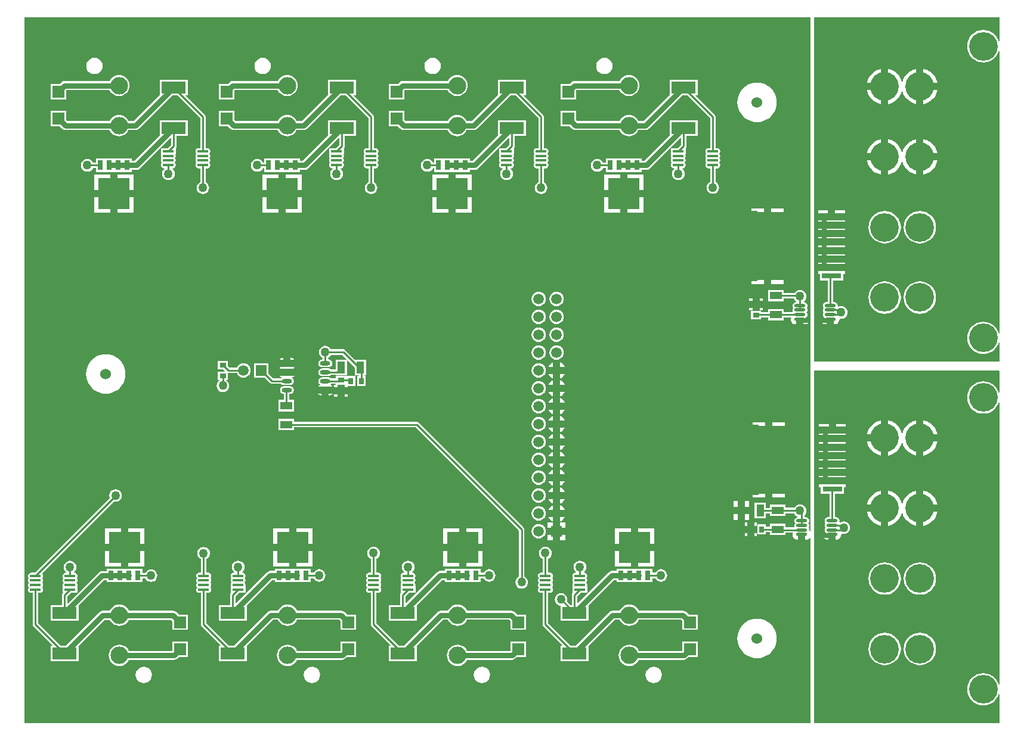
<source format=gtl>
G04 Layer_Physical_Order=1*
G04 Layer_Color=255*
%FSLAX23Y23*%
%MOIN*%
G70*
G01*
G75*
%ADD10R,0.136X0.065*%
%ADD11O,0.063X0.016*%
%ADD12R,0.063X0.016*%
%ADD13R,0.178X0.175*%
%ADD14R,0.028X0.054*%
%ADD15R,0.066X0.065*%
%ADD16O,0.063X0.018*%
%ADD17R,0.043X0.067*%
%ADD18R,0.110X0.031*%
%ADD19R,0.140X0.382*%
%ADD20R,0.035X0.028*%
%ADD21O,0.057X0.024*%
%ADD22R,0.067X0.043*%
%ADD23R,0.028X0.035*%
%ADD24C,0.010*%
%ADD25C,0.030*%
%ADD26R,0.031X0.315*%
%ADD27R,0.055X0.398*%
%ADD28R,0.146X0.382*%
%ADD29C,0.060*%
%ADD30C,0.098*%
%ADD31C,0.160*%
%ADD32C,0.059*%
%ADD33R,0.059X0.059*%
%ADD34R,0.059X0.059*%
%ADD35C,0.050*%
G36*
X5920Y2092D02*
X5918Y2096D01*
X5914Y2102D01*
X5912Y2104D01*
X5912Y2107D01*
X5911Y2115D01*
X5907Y2120D01*
X5911Y2125D01*
X5912Y2133D01*
X5911Y2140D01*
X5907Y2146D01*
X5911Y2151D01*
X5912Y2158D01*
X5911Y2166D01*
X5907Y2172D01*
X5900Y2176D01*
X5893Y2178D01*
X5886D01*
Y2191D01*
X5891Y2197D01*
X5894Y2206D01*
X5895Y2215D01*
X5894Y2224D01*
X5891Y2233D01*
X5885Y2240D01*
X5878Y2246D01*
X5869Y2249D01*
X5860Y2250D01*
X5851Y2249D01*
X5842Y2246D01*
X5835Y2240D01*
X5829Y2233D01*
X5829Y2232D01*
X5778D01*
Y2248D01*
X5692D01*
Y2230D01*
X5670D01*
Y2258D01*
X5606D01*
Y2172D01*
X5670D01*
Y2200D01*
X5692D01*
Y2185D01*
X5778D01*
Y2201D01*
X5828D01*
X5829Y2197D01*
X5835Y2190D01*
X5842Y2184D01*
X5851Y2181D01*
X5855Y2180D01*
Y2178D01*
X5848D01*
X5840Y2176D01*
X5834Y2172D01*
X5830Y2166D01*
X5828Y2158D01*
X5830Y2151D01*
X5834Y2146D01*
X5830Y2140D01*
X5828Y2133D01*
X5830Y2125D01*
X5832Y2122D01*
X5778D01*
Y2142D01*
X5692D01*
Y2125D01*
X5669D01*
Y2138D01*
X5621D01*
Y2082D01*
X5669D01*
Y2095D01*
X5692D01*
Y2078D01*
X5778D01*
Y2092D01*
X5821D01*
X5820Y2089D01*
X5819Y2082D01*
X5820Y2074D01*
X5823Y2067D01*
X5827Y2061D01*
X5833Y2056D01*
X5840Y2053D01*
X5848Y2053D01*
X5850D01*
Y2082D01*
X5890D01*
Y2053D01*
X5893D01*
X5901Y2053D01*
X5908Y2056D01*
X5914Y2061D01*
X5918Y2067D01*
X5920Y2071D01*
Y1025D01*
X1525D01*
Y4975D01*
X5920D01*
Y2092D01*
D02*
G37*
G36*
X6972Y3000D02*
X6975Y2996D01*
X6975Y2876D01*
X6970Y2875D01*
X6968Y2883D01*
X6960Y2898D01*
X6948Y2912D01*
X6935Y2923D01*
X6919Y2932D01*
X6902Y2937D01*
X6884Y2938D01*
X6867Y2937D01*
X6850Y2932D01*
X6834Y2923D01*
X6820Y2912D01*
X6809Y2898D01*
X6801Y2883D01*
X6796Y2866D01*
X6794Y2848D01*
X6796Y2830D01*
X6801Y2813D01*
X6809Y2798D01*
X6820Y2784D01*
X6834Y2773D01*
X6850Y2764D01*
X6867Y2759D01*
X6884Y2758D01*
X6902Y2759D01*
X6919Y2764D01*
X6935Y2773D01*
X6948Y2784D01*
X6960Y2798D01*
X6968Y2813D01*
X6970Y2821D01*
X6975Y2820D01*
X6975Y1244D01*
X6970Y1243D01*
X6968Y1250D01*
X6960Y1266D01*
X6948Y1280D01*
X6935Y1291D01*
X6919Y1299D01*
X6902Y1304D01*
X6884Y1306D01*
X6867Y1304D01*
X6850Y1299D01*
X6834Y1291D01*
X6820Y1280D01*
X6809Y1266D01*
X6801Y1250D01*
X6796Y1233D01*
X6794Y1216D01*
X6796Y1198D01*
X6801Y1181D01*
X6809Y1165D01*
X6820Y1152D01*
X6834Y1141D01*
X6850Y1132D01*
X6867Y1127D01*
X6884Y1125D01*
X6902Y1127D01*
X6919Y1132D01*
X6935Y1141D01*
X6948Y1152D01*
X6960Y1165D01*
X6968Y1181D01*
X6970Y1188D01*
X6975Y1187D01*
X6975Y1025D01*
X5940D01*
X5940Y3000D01*
X6972Y3000D01*
D02*
G37*
G36*
X6975Y4842D02*
X6970Y4842D01*
X6968Y4849D01*
X6960Y4865D01*
X6948Y4878D01*
X6935Y4889D01*
X6919Y4898D01*
X6902Y4903D01*
X6884Y4905D01*
X6867Y4903D01*
X6850Y4898D01*
X6834Y4889D01*
X6820Y4878D01*
X6809Y4865D01*
X6801Y4849D01*
X6796Y4832D01*
X6794Y4814D01*
X6796Y4797D01*
X6801Y4780D01*
X6809Y4764D01*
X6820Y4750D01*
X6834Y4739D01*
X6850Y4731D01*
X6867Y4726D01*
X6884Y4724D01*
X6902Y4726D01*
X6919Y4731D01*
X6935Y4739D01*
X6948Y4750D01*
X6960Y4764D01*
X6968Y4780D01*
X6970Y4787D01*
X6975Y4786D01*
X6976Y3208D01*
X6971Y3207D01*
X6968Y3217D01*
X6960Y3232D01*
X6948Y3246D01*
X6935Y3257D01*
X6919Y3266D01*
X6902Y3271D01*
X6884Y3272D01*
X6867Y3271D01*
X6850Y3266D01*
X6834Y3257D01*
X6820Y3246D01*
X6809Y3232D01*
X6801Y3217D01*
X6796Y3200D01*
X6794Y3182D01*
X6796Y3164D01*
X6801Y3147D01*
X6809Y3132D01*
X6820Y3118D01*
X6834Y3107D01*
X6850Y3098D01*
X6867Y3093D01*
X6884Y3092D01*
X6902Y3093D01*
X6919Y3098D01*
X6935Y3107D01*
X6948Y3118D01*
X6960Y3132D01*
X6968Y3147D01*
X6971Y3157D01*
X6976Y3157D01*
X6976Y3054D01*
X6972Y3050D01*
X5940Y3050D01*
X5940Y4940D01*
Y4975D01*
X6975Y4975D01*
X6975Y4842D01*
D02*
G37*
%LPC*%
G36*
X5775Y2480D02*
X5705D01*
Y2289D01*
X5775D01*
Y2480D01*
D02*
G37*
G36*
X4480Y2345D02*
X4475Y2343D01*
X4465Y2335D01*
X4457Y2325D01*
X4455Y2320D01*
X4480D01*
Y2345D01*
D02*
G37*
G36*
X4520D02*
Y2320D01*
X4545D01*
X4543Y2325D01*
X4535Y2335D01*
X4525Y2343D01*
X4520Y2345D01*
D02*
G37*
G36*
X4400Y2340D02*
X4390Y2339D01*
X4380Y2335D01*
X4372Y2328D01*
X4365Y2320D01*
X4361Y2310D01*
X4360Y2300D01*
X4361Y2290D01*
X4365Y2280D01*
X4372Y2272D01*
X4380Y2265D01*
X4390Y2261D01*
X4400Y2260D01*
X4410Y2261D01*
X4420Y2265D01*
X4428Y2272D01*
X4435Y2280D01*
X4439Y2290D01*
X4440Y2300D01*
X4439Y2310D01*
X4435Y2320D01*
X4428Y2328D01*
X4420Y2335D01*
X4410Y2339D01*
X4400Y2340D01*
D02*
G37*
G36*
X2035Y2335D02*
X2026Y2334D01*
X2017Y2331D01*
X2010Y2325D01*
X2004Y2318D01*
X2001Y2309D01*
X2000Y2300D01*
X2001Y2291D01*
X2002Y2287D01*
X1584Y1868D01*
X1564D01*
X1557Y1867D01*
X1551Y1863D01*
X1547Y1857D01*
X1545Y1850D01*
X1547Y1843D01*
X1551Y1837D01*
X1547Y1832D01*
X1545Y1825D01*
X1547Y1818D01*
X1551Y1812D01*
X1547Y1806D01*
X1545Y1799D01*
X1547Y1792D01*
X1551Y1786D01*
X1547Y1780D01*
X1545Y1773D01*
X1547Y1766D01*
X1551Y1760D01*
X1557Y1757D01*
X1564Y1755D01*
X1572D01*
Y1579D01*
X1573Y1573D01*
X1576Y1568D01*
X1686Y1459D01*
X1672D01*
Y1374D01*
X1828D01*
Y1458D01*
X1974Y1604D01*
X2003D01*
X2007Y1597D01*
X2014Y1588D01*
X2023Y1581D01*
X2033Y1575D01*
X2045Y1572D01*
X2056Y1571D01*
X2068Y1572D01*
X2079Y1575D01*
X2089Y1581D01*
X2098Y1588D01*
X2106Y1597D01*
X2109Y1604D01*
X2345D01*
X2352Y1597D01*
Y1548D01*
X2438D01*
Y1633D01*
X2389D01*
X2374Y1648D01*
X2366Y1653D01*
X2356Y1655D01*
X2110D01*
X2106Y1663D01*
X2098Y1672D01*
X2089Y1679D01*
X2079Y1685D01*
X2068Y1688D01*
X2056Y1689D01*
X2045Y1688D01*
X2033Y1685D01*
X2023Y1679D01*
X2014Y1672D01*
X2007Y1663D01*
X2002Y1655D01*
X1963D01*
X1954Y1653D01*
X1945Y1648D01*
X1757Y1459D01*
X1729D01*
X1603Y1586D01*
Y1755D01*
X1611D01*
X1618Y1757D01*
X1624Y1760D01*
X1628Y1766D01*
X1629Y1773D01*
X1628Y1780D01*
X1624Y1786D01*
X1628Y1792D01*
X1629Y1799D01*
X1628Y1806D01*
X1624Y1812D01*
X1628Y1818D01*
X1629Y1825D01*
X1628Y1832D01*
X1624Y1837D01*
X1628Y1843D01*
X1629Y1850D01*
X1628Y1857D01*
X1624Y1863D01*
X1623Y1864D01*
X2025Y2266D01*
X2026Y2266D01*
X2035Y2265D01*
X2044Y2266D01*
X2053Y2269D01*
X2060Y2275D01*
X2066Y2282D01*
X2069Y2291D01*
X2070Y2300D01*
X2069Y2309D01*
X2066Y2318D01*
X2060Y2325D01*
X2053Y2331D01*
X2044Y2334D01*
X2035Y2335D01*
D02*
G37*
G36*
X5665Y2480D02*
X5595D01*
Y2289D01*
X5665D01*
Y2480D01*
D02*
G37*
G36*
X4480Y2445D02*
X4475Y2443D01*
X4465Y2435D01*
X4457Y2425D01*
X4455Y2420D01*
X4480D01*
Y2445D01*
D02*
G37*
G36*
X4520D02*
Y2420D01*
X4545D01*
X4543Y2425D01*
X4535Y2435D01*
X4525Y2443D01*
X4520Y2445D01*
D02*
G37*
G36*
X4400Y2440D02*
X4390Y2439D01*
X4380Y2435D01*
X4372Y2428D01*
X4365Y2420D01*
X4361Y2410D01*
X4360Y2400D01*
X4361Y2390D01*
X4365Y2380D01*
X4372Y2372D01*
X4380Y2365D01*
X4390Y2361D01*
X4400Y2360D01*
X4410Y2361D01*
X4420Y2365D01*
X4428Y2372D01*
X4435Y2380D01*
X4439Y2390D01*
X4440Y2400D01*
X4439Y2410D01*
X4435Y2420D01*
X4428Y2428D01*
X4420Y2435D01*
X4410Y2439D01*
X4400Y2440D01*
D02*
G37*
G36*
X4480Y2380D02*
X4455D01*
X4457Y2375D01*
X4465Y2365D01*
X4475Y2357D01*
X4480Y2355D01*
Y2380D01*
D02*
G37*
G36*
X4545D02*
X4520D01*
Y2355D01*
X4525Y2357D01*
X4535Y2365D01*
X4543Y2375D01*
X4545Y2380D01*
D02*
G37*
G36*
X5512Y2195D02*
X5490D01*
Y2162D01*
X5512D01*
Y2195D01*
D02*
G37*
G36*
X5574D02*
X5552D01*
Y2162D01*
X5574D01*
Y2195D01*
D02*
G37*
G36*
X4480Y2245D02*
X4475Y2243D01*
X4465Y2235D01*
X4457Y2225D01*
X4455Y2220D01*
X4480D01*
Y2245D01*
D02*
G37*
G36*
Y2180D02*
X4455D01*
X4457Y2175D01*
X4465Y2165D01*
X4475Y2157D01*
X4480Y2155D01*
Y2180D01*
D02*
G37*
G36*
X4545D02*
X4520D01*
Y2155D01*
X4525Y2157D01*
X4535Y2165D01*
X4543Y2175D01*
X4545Y2180D01*
D02*
G37*
G36*
X4400Y2240D02*
X4390Y2239D01*
X4380Y2235D01*
X4372Y2228D01*
X4365Y2220D01*
X4361Y2210D01*
X4360Y2200D01*
X4361Y2190D01*
X4365Y2180D01*
X4372Y2172D01*
X4380Y2165D01*
X4390Y2161D01*
X4400Y2160D01*
X4410Y2161D01*
X4420Y2165D01*
X4428Y2172D01*
X4435Y2180D01*
X4439Y2190D01*
X4440Y2200D01*
X4439Y2210D01*
X4435Y2220D01*
X4428Y2228D01*
X4420Y2235D01*
X4410Y2239D01*
X4400Y2240D01*
D02*
G37*
G36*
X4520Y2245D02*
Y2220D01*
X4545D01*
X4543Y2225D01*
X4535Y2235D01*
X4525Y2243D01*
X4520Y2245D01*
D02*
G37*
G36*
X4480Y2280D02*
X4455D01*
X4457Y2275D01*
X4465Y2265D01*
X4475Y2257D01*
X4480Y2255D01*
Y2280D01*
D02*
G37*
G36*
X4545D02*
X4520D01*
Y2255D01*
X4525Y2257D01*
X4535Y2265D01*
X4543Y2275D01*
X4545Y2280D01*
D02*
G37*
G36*
X5512Y2268D02*
X5490D01*
Y2235D01*
X5512D01*
Y2268D01*
D02*
G37*
G36*
X5574D02*
X5552D01*
Y2235D01*
X5574D01*
Y2268D01*
D02*
G37*
G36*
X4520Y2645D02*
Y2620D01*
X4545D01*
X4543Y2625D01*
X4535Y2635D01*
X4525Y2643D01*
X4520Y2645D01*
D02*
G37*
G36*
X4400Y2640D02*
X4390Y2639D01*
X4380Y2635D01*
X4372Y2628D01*
X4365Y2620D01*
X4361Y2610D01*
X4360Y2600D01*
X4361Y2590D01*
X4365Y2580D01*
X4372Y2572D01*
X4380Y2565D01*
X4390Y2561D01*
X4400Y2560D01*
X4410Y2561D01*
X4420Y2565D01*
X4428Y2572D01*
X4435Y2580D01*
X4439Y2590D01*
X4440Y2600D01*
X4439Y2610D01*
X4435Y2620D01*
X4428Y2628D01*
X4420Y2635D01*
X4410Y2639D01*
X4400Y2640D01*
D02*
G37*
G36*
X4480Y2645D02*
X4475Y2643D01*
X4465Y2635D01*
X4457Y2625D01*
X4455Y2620D01*
X4480D01*
Y2645D01*
D02*
G37*
G36*
Y2745D02*
X4475Y2743D01*
X4465Y2735D01*
X4457Y2725D01*
X4455Y2720D01*
X4480D01*
Y2745D01*
D02*
G37*
G36*
Y2680D02*
X4455D01*
X4457Y2675D01*
X4465Y2665D01*
X4475Y2657D01*
X4480Y2655D01*
Y2680D01*
D02*
G37*
G36*
X4545D02*
X4520D01*
Y2655D01*
X4525Y2657D01*
X4535Y2665D01*
X4543Y2675D01*
X4545Y2680D01*
D02*
G37*
G36*
X4400Y2740D02*
X4390Y2739D01*
X4380Y2735D01*
X4372Y2728D01*
X4365Y2720D01*
X4361Y2710D01*
X4360Y2700D01*
X4361Y2690D01*
X4365Y2680D01*
X4372Y2672D01*
X4380Y2665D01*
X4390Y2661D01*
X4400Y2660D01*
X4410Y2661D01*
X4420Y2665D01*
X4428Y2672D01*
X4435Y2680D01*
X4439Y2690D01*
X4440Y2700D01*
X4439Y2710D01*
X4435Y2720D01*
X4428Y2728D01*
X4420Y2735D01*
X4410Y2739D01*
X4400Y2740D01*
D02*
G37*
G36*
X4545Y2580D02*
X4520D01*
Y2555D01*
X4525Y2557D01*
X4535Y2565D01*
X4543Y2575D01*
X4545Y2580D01*
D02*
G37*
G36*
X4480Y2545D02*
X4475Y2543D01*
X4465Y2535D01*
X4457Y2525D01*
X4455Y2520D01*
X4480D01*
Y2545D01*
D02*
G37*
G36*
X4520D02*
Y2520D01*
X4545D01*
X4543Y2525D01*
X4535Y2535D01*
X4525Y2543D01*
X4520Y2545D01*
D02*
G37*
G36*
X4480Y2480D02*
X4455D01*
X4457Y2475D01*
X4465Y2465D01*
X4475Y2457D01*
X4480Y2455D01*
Y2480D01*
D02*
G37*
G36*
X4545D02*
X4520D01*
Y2455D01*
X4525Y2457D01*
X4535Y2465D01*
X4543Y2475D01*
X4545Y2480D01*
D02*
G37*
G36*
X4400Y2540D02*
X4390Y2539D01*
X4380Y2535D01*
X4372Y2528D01*
X4365Y2520D01*
X4361Y2510D01*
X4360Y2500D01*
X4361Y2490D01*
X4365Y2480D01*
X4372Y2472D01*
X4380Y2465D01*
X4390Y2461D01*
X4400Y2460D01*
X4410Y2461D01*
X4420Y2465D01*
X4428Y2472D01*
X4435Y2480D01*
X4439Y2490D01*
X4440Y2500D01*
X4439Y2510D01*
X4435Y2520D01*
X4428Y2528D01*
X4420Y2535D01*
X4410Y2539D01*
X4400Y2540D01*
D02*
G37*
G36*
X5665Y2711D02*
X5595D01*
Y2520D01*
X5665D01*
Y2711D01*
D02*
G37*
G36*
X4480Y2580D02*
X4455D01*
X4457Y2575D01*
X4465Y2565D01*
X4475Y2557D01*
X4480Y2555D01*
Y2580D01*
D02*
G37*
G36*
X5775Y2711D02*
X5705D01*
Y2520D01*
X5775D01*
Y2711D01*
D02*
G37*
G36*
X1780Y1935D02*
X1771Y1934D01*
X1762Y1930D01*
X1755Y1924D01*
X1750Y1917D01*
X1746Y1909D01*
X1745Y1900D01*
X1746Y1890D01*
X1750Y1882D01*
X1755Y1875D01*
X1762Y1869D01*
X1764Y1868D01*
X1757D01*
X1750Y1867D01*
X1744Y1863D01*
X1740Y1857D01*
X1738Y1850D01*
X1740Y1843D01*
X1744Y1837D01*
X1740Y1832D01*
X1738Y1825D01*
X1740Y1818D01*
X1744Y1812D01*
X1740Y1806D01*
X1738Y1799D01*
X1740Y1792D01*
X1740Y1791D01*
X1739D01*
Y1755D01*
X1741D01*
X1739Y1754D01*
X1736Y1749D01*
X1735Y1743D01*
Y1685D01*
X1672D01*
Y1600D01*
X1828D01*
Y1685D01*
X1970Y1826D01*
X1986D01*
Y1815D01*
X2034D01*
Y1826D01*
X2036D01*
Y1815D01*
X2084D01*
Y1826D01*
X2086D01*
Y1815D01*
X2134D01*
Y1844D01*
X2136Y1852D01*
X2134Y1859D01*
Y1889D01*
X2086D01*
Y1877D01*
X2084D01*
Y1889D01*
X2036D01*
Y1877D01*
X2034D01*
Y1889D01*
X1986D01*
Y1877D01*
X1959D01*
X1949Y1875D01*
X1941Y1870D01*
X1765Y1694D01*
Y1737D01*
X1784Y1755D01*
X1822D01*
Y1791D01*
X1820D01*
X1821Y1792D01*
X1822Y1799D01*
X1821Y1806D01*
X1817Y1812D01*
X1821Y1818D01*
X1822Y1825D01*
X1821Y1832D01*
X1817Y1837D01*
X1821Y1843D01*
X1822Y1850D01*
X1821Y1857D01*
X1817Y1863D01*
X1811Y1867D01*
X1804Y1868D01*
X1796D01*
X1798Y1869D01*
X1805Y1875D01*
X1811Y1882D01*
X1814Y1890D01*
X1815Y1900D01*
X1814Y1909D01*
X1811Y1917D01*
X1805Y1924D01*
X1798Y1930D01*
X1789Y1934D01*
X1780Y1935D01*
D02*
G37*
G36*
X2720Y1935D02*
X2711Y1934D01*
X2702Y1931D01*
X2695Y1925D01*
X2689Y1918D01*
X2686Y1909D01*
X2685Y1900D01*
X2686Y1891D01*
X2689Y1882D01*
X2695Y1875D01*
X2702Y1869D01*
X2704Y1869D01*
X2696D01*
X2689Y1867D01*
X2683Y1863D01*
X2680Y1858D01*
X2678Y1851D01*
X2680Y1844D01*
X2683Y1838D01*
X2680Y1832D01*
X2678Y1825D01*
X2680Y1818D01*
X2683Y1812D01*
X2680Y1806D01*
X2678Y1799D01*
X2680Y1792D01*
X2680Y1792D01*
X2679D01*
Y1756D01*
X2680D01*
X2679Y1755D01*
X2676Y1750D01*
X2675Y1744D01*
Y1686D01*
X2612D01*
Y1601D01*
X2768D01*
Y1685D01*
X2910Y1827D01*
X2926D01*
Y1815D01*
X2974D01*
Y1827D01*
X2976D01*
Y1815D01*
X3024D01*
Y1827D01*
X3026D01*
Y1815D01*
X3074D01*
Y1845D01*
X3075Y1852D01*
X3074Y1860D01*
Y1889D01*
X3026D01*
Y1878D01*
X3024D01*
Y1889D01*
X2976D01*
Y1878D01*
X2974D01*
Y1889D01*
X2926D01*
Y1878D01*
X2899D01*
X2889Y1876D01*
X2881Y1870D01*
X2705Y1695D01*
Y1737D01*
X2724Y1756D01*
X2761D01*
Y1792D01*
X2760D01*
X2760Y1792D01*
X2762Y1799D01*
X2760Y1806D01*
X2757Y1812D01*
X2760Y1818D01*
X2762Y1825D01*
X2760Y1832D01*
X2757Y1838D01*
X2760Y1844D01*
X2762Y1851D01*
X2760Y1858D01*
X2757Y1863D01*
X2751Y1867D01*
X2744Y1869D01*
X2736D01*
X2738Y1869D01*
X2745Y1875D01*
X2751Y1882D01*
X2754Y1891D01*
X2755Y1900D01*
X2754Y1909D01*
X2751Y1918D01*
X2745Y1925D01*
X2738Y1931D01*
X2729Y1934D01*
X2720Y1935D01*
D02*
G37*
G36*
X3670D02*
X3661Y1934D01*
X3652Y1931D01*
X3645Y1925D01*
X3639Y1918D01*
X3636Y1909D01*
X3635Y1900D01*
X3636Y1891D01*
X3639Y1882D01*
X3645Y1875D01*
X3652Y1869D01*
X3654Y1869D01*
X3646D01*
X3639Y1867D01*
X3633Y1863D01*
X3630Y1858D01*
X3628Y1851D01*
X3630Y1844D01*
X3633Y1838D01*
X3630Y1832D01*
X3628Y1825D01*
X3630Y1818D01*
X3633Y1812D01*
X3630Y1806D01*
X3628Y1799D01*
X3630Y1792D01*
X3630Y1792D01*
X3629D01*
Y1756D01*
X3630D01*
X3629Y1755D01*
X3626Y1750D01*
X3625Y1744D01*
Y1686D01*
X3562D01*
Y1601D01*
X3718D01*
Y1685D01*
X3860Y1827D01*
X3876D01*
Y1815D01*
X3924D01*
Y1827D01*
X3926D01*
Y1815D01*
X3974D01*
Y1827D01*
X3976D01*
Y1815D01*
X4024D01*
Y1845D01*
X4025Y1852D01*
X4024Y1860D01*
Y1889D01*
X3976D01*
Y1878D01*
X3974D01*
Y1889D01*
X3926D01*
Y1878D01*
X3924D01*
Y1889D01*
X3876D01*
Y1878D01*
X3849D01*
X3839Y1876D01*
X3831Y1870D01*
X3655Y1695D01*
Y1737D01*
X3674Y1756D01*
X3711D01*
Y1792D01*
X3710D01*
X3710Y1792D01*
X3712Y1799D01*
X3710Y1806D01*
X3707Y1812D01*
X3710Y1818D01*
X3712Y1825D01*
X3710Y1832D01*
X3707Y1838D01*
X3710Y1844D01*
X3712Y1851D01*
X3710Y1858D01*
X3707Y1863D01*
X3701Y1867D01*
X3694Y1869D01*
X3686D01*
X3688Y1869D01*
X3695Y1875D01*
X3701Y1882D01*
X3704Y1891D01*
X3705Y1900D01*
X3704Y1909D01*
X3701Y1918D01*
X3695Y1925D01*
X3688Y1931D01*
X3679Y1934D01*
X3670Y1935D01*
D02*
G37*
G36*
X3033Y2729D02*
X2947D01*
Y2665D01*
X3033D01*
Y2682D01*
X3712D01*
X4290Y2104D01*
Y1847D01*
X4287Y1846D01*
X4280Y1840D01*
X4274Y1833D01*
X4271Y1824D01*
X4270Y1815D01*
X4271Y1806D01*
X4274Y1797D01*
X4280Y1790D01*
X4287Y1784D01*
X4296Y1781D01*
X4305Y1780D01*
X4314Y1781D01*
X4323Y1784D01*
X4330Y1790D01*
X4336Y1797D01*
X4339Y1806D01*
X4340Y1815D01*
X4339Y1824D01*
X4336Y1833D01*
X4330Y1840D01*
X4323Y1846D01*
X4320Y1847D01*
Y2110D01*
X4319Y2116D01*
X4316Y2121D01*
X3729Y2708D01*
X3724Y2711D01*
X3718Y2712D01*
X3033D01*
Y2729D01*
D02*
G37*
G36*
X4630Y1935D02*
X4621Y1934D01*
X4612Y1931D01*
X4605Y1925D01*
X4599Y1918D01*
X4596Y1909D01*
X4595Y1900D01*
X4596Y1891D01*
X4599Y1882D01*
X4605Y1875D01*
X4612Y1869D01*
X4614Y1869D01*
X4606D01*
X4599Y1867D01*
X4593Y1863D01*
X4590Y1858D01*
X4588Y1851D01*
X4590Y1844D01*
X4593Y1838D01*
X4590Y1832D01*
X4588Y1825D01*
X4590Y1818D01*
X4593Y1812D01*
X4590Y1806D01*
X4588Y1799D01*
X4590Y1792D01*
X4590Y1792D01*
X4589D01*
Y1756D01*
X4590D01*
X4589Y1755D01*
X4586Y1750D01*
X4585Y1744D01*
Y1686D01*
X4579D01*
X4558Y1707D01*
X4559Y1709D01*
X4560Y1718D01*
X4559Y1727D01*
X4556Y1736D01*
X4550Y1743D01*
X4543Y1749D01*
X4534Y1752D01*
X4525Y1753D01*
X4516Y1752D01*
X4507Y1749D01*
X4500Y1743D01*
X4494Y1736D01*
X4491Y1727D01*
X4490Y1718D01*
X4491Y1709D01*
X4494Y1701D01*
X4500Y1693D01*
X4507Y1688D01*
X4516Y1684D01*
X4522Y1683D01*
Y1601D01*
X4678D01*
Y1685D01*
X4820Y1827D01*
X4836D01*
Y1815D01*
X4884D01*
Y1827D01*
X4886D01*
Y1815D01*
X4934D01*
Y1827D01*
X4936D01*
Y1815D01*
X4984D01*
Y1845D01*
X4985Y1852D01*
X4984Y1860D01*
Y1889D01*
X4936D01*
Y1878D01*
X4934D01*
Y1889D01*
X4886D01*
Y1878D01*
X4884D01*
Y1889D01*
X4836D01*
Y1878D01*
X4809D01*
X4799Y1876D01*
X4791Y1870D01*
X4615Y1695D01*
Y1737D01*
X4634Y1756D01*
X4671D01*
Y1792D01*
X4670D01*
X4670Y1792D01*
X4672Y1799D01*
X4670Y1806D01*
X4667Y1812D01*
X4670Y1818D01*
X4672Y1825D01*
X4670Y1832D01*
X4667Y1838D01*
X4670Y1844D01*
X4672Y1851D01*
X4670Y1858D01*
X4667Y1863D01*
X4661Y1867D01*
X4654Y1869D01*
X4646D01*
X4648Y1869D01*
X4655Y1875D01*
X4661Y1882D01*
X4664Y1891D01*
X4665Y1900D01*
X4664Y1909D01*
X4661Y1918D01*
X4655Y1925D01*
X4648Y1931D01*
X4639Y1934D01*
X4630Y1935D01*
D02*
G37*
G36*
X5034Y1889D02*
X4986D01*
Y1815D01*
X5034D01*
Y1837D01*
X5051D01*
X5052Y1835D01*
X5058Y1827D01*
X5065Y1822D01*
X5074Y1818D01*
X5083Y1817D01*
X5092Y1818D01*
X5100Y1822D01*
X5108Y1827D01*
X5113Y1835D01*
X5117Y1843D01*
X5118Y1852D01*
X5117Y1861D01*
X5113Y1870D01*
X5108Y1877D01*
X5100Y1883D01*
X5092Y1886D01*
X5083Y1888D01*
X5074Y1886D01*
X5065Y1883D01*
X5058Y1877D01*
X5052Y1870D01*
X5051Y1868D01*
X5034D01*
Y1889D01*
D02*
G37*
G36*
X2065Y1990D02*
X1976D01*
Y1902D01*
X2065D01*
Y1990D01*
D02*
G37*
G36*
X2194D02*
X2105D01*
Y1902D01*
X2194D01*
Y1990D01*
D02*
G37*
G36*
X2184Y1889D02*
X2136D01*
Y1815D01*
X2184D01*
Y1837D01*
X2201D01*
X2202Y1834D01*
X2208Y1827D01*
X2215Y1821D01*
X2224Y1818D01*
X2233Y1817D01*
X2242Y1818D01*
X2251Y1821D01*
X2258Y1827D01*
X2263Y1834D01*
X2267Y1843D01*
X2268Y1852D01*
X2267Y1861D01*
X2263Y1869D01*
X2258Y1877D01*
X2251Y1882D01*
X2242Y1886D01*
X2233Y1887D01*
X2224Y1886D01*
X2215Y1882D01*
X2208Y1877D01*
X2202Y1869D01*
X2201Y1867D01*
X2184D01*
Y1889D01*
D02*
G37*
G36*
X3124Y1889D02*
X3076D01*
Y1815D01*
X3124D01*
Y1837D01*
X3141D01*
X3142Y1835D01*
X3148Y1827D01*
X3155Y1822D01*
X3164Y1818D01*
X3173Y1817D01*
X3182Y1818D01*
X3190Y1822D01*
X3198Y1827D01*
X3203Y1835D01*
X3207Y1843D01*
X3208Y1852D01*
X3207Y1861D01*
X3203Y1870D01*
X3198Y1877D01*
X3190Y1883D01*
X3182Y1886D01*
X3173Y1888D01*
X3164Y1886D01*
X3155Y1883D01*
X3148Y1877D01*
X3142Y1870D01*
X3141Y1868D01*
X3124D01*
Y1889D01*
D02*
G37*
G36*
X4074D02*
X4026D01*
Y1815D01*
X4074D01*
Y1837D01*
X4091D01*
X4092Y1835D01*
X4098Y1827D01*
X4105Y1822D01*
X4114Y1818D01*
X4123Y1817D01*
X4132Y1818D01*
X4140Y1822D01*
X4148Y1827D01*
X4153Y1835D01*
X4157Y1843D01*
X4158Y1852D01*
X4157Y1861D01*
X4153Y1870D01*
X4148Y1877D01*
X4140Y1883D01*
X4132Y1886D01*
X4123Y1888D01*
X4114Y1886D01*
X4105Y1883D01*
X4098Y1877D01*
X4092Y1870D01*
X4091Y1868D01*
X4074D01*
Y1889D01*
D02*
G37*
G36*
X4437Y2013D02*
X4428Y2012D01*
X4419Y2008D01*
X4412Y2003D01*
X4407Y1996D01*
X4403Y1987D01*
X4402Y1978D01*
X4403Y1969D01*
X4407Y1960D01*
X4412Y1953D01*
X4419Y1947D01*
X4422Y1946D01*
Y1869D01*
X4413D01*
X4406Y1867D01*
X4401Y1863D01*
X4397Y1858D01*
X4395Y1851D01*
X4397Y1844D01*
X4401Y1838D01*
X4397Y1832D01*
X4395Y1825D01*
X4397Y1818D01*
X4401Y1812D01*
X4397Y1806D01*
X4395Y1799D01*
X4397Y1792D01*
X4401Y1787D01*
X4397Y1781D01*
X4395Y1774D01*
X4397Y1767D01*
X4401Y1761D01*
X4406Y1757D01*
X4413Y1756D01*
X4422D01*
Y1580D01*
X4423Y1574D01*
X4426Y1569D01*
X4536Y1459D01*
X4522D01*
Y1374D01*
X4678D01*
Y1459D01*
X4824Y1605D01*
X4853D01*
X4857Y1597D01*
X4864Y1588D01*
X4873Y1581D01*
X4883Y1575D01*
X4895Y1572D01*
X4906Y1571D01*
X4918Y1572D01*
X4929Y1575D01*
X4939Y1581D01*
X4948Y1588D01*
X4956Y1597D01*
X4960Y1605D01*
X5195D01*
X5202Y1598D01*
Y1548D01*
X5288D01*
Y1633D01*
X5238D01*
X5224Y1648D01*
X5216Y1654D01*
X5206Y1655D01*
X4960D01*
X4956Y1663D01*
X4948Y1672D01*
X4939Y1679D01*
X4929Y1685D01*
X4918Y1688D01*
X4906Y1689D01*
X4895Y1688D01*
X4883Y1685D01*
X4873Y1679D01*
X4864Y1672D01*
X4857Y1663D01*
X4853Y1655D01*
X4813D01*
X4803Y1654D01*
X4795Y1648D01*
X4606Y1459D01*
X4579D01*
X4452Y1586D01*
Y1756D01*
X4461D01*
X4468Y1757D01*
X4474Y1761D01*
X4478Y1767D01*
X4479Y1774D01*
X4478Y1781D01*
X4474Y1787D01*
X4478Y1792D01*
X4479Y1799D01*
X4478Y1806D01*
X4474Y1812D01*
X4478Y1818D01*
X4479Y1825D01*
X4478Y1832D01*
X4474Y1838D01*
X4478Y1844D01*
X4479Y1851D01*
X4478Y1858D01*
X4474Y1863D01*
X4468Y1867D01*
X4461Y1869D01*
X4452D01*
Y1946D01*
X4455Y1947D01*
X4462Y1953D01*
X4468Y1960D01*
X4471Y1969D01*
X4472Y1978D01*
X4471Y1987D01*
X4468Y1996D01*
X4462Y2003D01*
X4455Y2008D01*
X4446Y2012D01*
X4437Y2013D01*
D02*
G37*
G36*
X5043Y1342D02*
X5031Y1341D01*
X5020Y1336D01*
X5011Y1329D01*
X5003Y1319D01*
X4999Y1308D01*
X4997Y1297D01*
X4999Y1285D01*
X5003Y1274D01*
X5011Y1264D01*
X5020Y1257D01*
X5031Y1252D01*
X5043Y1251D01*
X5055Y1252D01*
X5066Y1257D01*
X5076Y1264D01*
X5083Y1274D01*
X5087Y1285D01*
X5089Y1297D01*
X5087Y1308D01*
X5083Y1319D01*
X5076Y1329D01*
X5066Y1336D01*
X5055Y1341D01*
X5043Y1342D01*
D02*
G37*
G36*
X2193D02*
X2181Y1341D01*
X2170Y1336D01*
X2161Y1329D01*
X2153Y1319D01*
X2149Y1308D01*
X2147Y1297D01*
X2149Y1285D01*
X2153Y1274D01*
X2161Y1264D01*
X2170Y1257D01*
X2181Y1252D01*
X2193Y1251D01*
X2205Y1252D01*
X2216Y1257D01*
X2226Y1264D01*
X2233Y1274D01*
X2237Y1285D01*
X2239Y1297D01*
X2237Y1308D01*
X2233Y1319D01*
X2226Y1329D01*
X2216Y1336D01*
X2205Y1341D01*
X2193Y1342D01*
D02*
G37*
G36*
X3133D02*
X3121Y1341D01*
X3110Y1336D01*
X3101Y1329D01*
X3093Y1319D01*
X3089Y1308D01*
X3087Y1297D01*
X3089Y1285D01*
X3093Y1274D01*
X3101Y1264D01*
X3110Y1257D01*
X3121Y1252D01*
X3133Y1251D01*
X3145Y1252D01*
X3156Y1257D01*
X3166Y1264D01*
X3173Y1274D01*
X3177Y1285D01*
X3179Y1297D01*
X3177Y1308D01*
X3173Y1319D01*
X3166Y1329D01*
X3156Y1336D01*
X3145Y1341D01*
X3133Y1342D01*
D02*
G37*
G36*
X4083D02*
X4071Y1341D01*
X4060Y1336D01*
X4051Y1329D01*
X4043Y1319D01*
X4039Y1308D01*
X4037Y1297D01*
X4039Y1285D01*
X4043Y1274D01*
X4051Y1264D01*
X4060Y1257D01*
X4071Y1252D01*
X4083Y1251D01*
X4095Y1252D01*
X4106Y1257D01*
X4116Y1264D01*
X4123Y1274D01*
X4127Y1285D01*
X4129Y1297D01*
X4127Y1308D01*
X4123Y1319D01*
X4116Y1329D01*
X4106Y1336D01*
X4095Y1341D01*
X4083Y1342D01*
D02*
G37*
G36*
X5620Y1610D02*
X5603Y1609D01*
X5586Y1605D01*
X5570Y1598D01*
X5555Y1589D01*
X5542Y1578D01*
X5531Y1565D01*
X5522Y1550D01*
X5515Y1534D01*
X5511Y1517D01*
X5510Y1500D01*
X5511Y1483D01*
X5515Y1466D01*
X5522Y1450D01*
X5531Y1435D01*
X5542Y1422D01*
X5555Y1411D01*
X5570Y1402D01*
X5586Y1395D01*
X5603Y1391D01*
X5620Y1390D01*
X5637Y1391D01*
X5654Y1395D01*
X5670Y1402D01*
X5685Y1411D01*
X5698Y1422D01*
X5709Y1435D01*
X5718Y1450D01*
X5725Y1466D01*
X5729Y1483D01*
X5730Y1500D01*
X5729Y1517D01*
X5725Y1534D01*
X5718Y1550D01*
X5709Y1565D01*
X5698Y1578D01*
X5685Y1589D01*
X5670Y1598D01*
X5654Y1605D01*
X5637Y1609D01*
X5620Y1610D01*
D02*
G37*
G36*
X5288Y1483D02*
X5202D01*
Y1433D01*
X5200Y1431D01*
X4960D01*
X4956Y1439D01*
X4948Y1448D01*
X4939Y1455D01*
X4929Y1461D01*
X4918Y1464D01*
X4906Y1465D01*
X4895Y1464D01*
X4883Y1461D01*
X4873Y1455D01*
X4864Y1448D01*
X4857Y1439D01*
X4851Y1428D01*
X4848Y1417D01*
X4847Y1406D01*
X4848Y1394D01*
X4851Y1383D01*
X4857Y1373D01*
X4864Y1364D01*
X4873Y1356D01*
X4883Y1351D01*
X4895Y1347D01*
X4906Y1346D01*
X4918Y1347D01*
X4929Y1351D01*
X4939Y1356D01*
X4948Y1364D01*
X4956Y1373D01*
X4960Y1380D01*
X5211D01*
X5220Y1382D01*
X5229Y1388D01*
X5238Y1397D01*
X5288D01*
Y1483D01*
D02*
G37*
G36*
X2527Y2012D02*
X2518Y2011D01*
X2509Y2008D01*
X2502Y2002D01*
X2497Y1995D01*
X2493Y1986D01*
X2492Y1977D01*
X2493Y1968D01*
X2497Y1959D01*
X2502Y1952D01*
X2509Y1947D01*
X2512Y1946D01*
Y1869D01*
X2503D01*
X2496Y1867D01*
X2491Y1863D01*
X2487Y1858D01*
X2485Y1851D01*
X2487Y1844D01*
X2491Y1838D01*
X2487Y1832D01*
X2485Y1825D01*
X2487Y1818D01*
X2491Y1812D01*
X2487Y1806D01*
X2485Y1799D01*
X2487Y1792D01*
X2491Y1787D01*
X2487Y1781D01*
X2485Y1774D01*
X2487Y1767D01*
X2491Y1761D01*
X2496Y1757D01*
X2503Y1756D01*
X2512D01*
Y1580D01*
X2513Y1574D01*
X2516Y1569D01*
X2626Y1459D01*
X2612D01*
Y1374D01*
X2768D01*
Y1459D01*
X2914Y1605D01*
X2943D01*
X2947Y1597D01*
X2954Y1588D01*
X2963Y1581D01*
X2973Y1575D01*
X2985Y1572D01*
X2996Y1571D01*
X3008Y1572D01*
X3019Y1575D01*
X3029Y1581D01*
X3038Y1588D01*
X3046Y1597D01*
X3050Y1605D01*
X3285D01*
X3292Y1598D01*
Y1548D01*
X3378D01*
Y1633D01*
X3328D01*
X3314Y1648D01*
X3306Y1654D01*
X3296Y1655D01*
X3050D01*
X3046Y1663D01*
X3038Y1672D01*
X3029Y1679D01*
X3019Y1685D01*
X3008Y1688D01*
X2996Y1689D01*
X2985Y1688D01*
X2973Y1685D01*
X2963Y1679D01*
X2954Y1672D01*
X2947Y1663D01*
X2943Y1655D01*
X2903D01*
X2893Y1654D01*
X2885Y1648D01*
X2696Y1459D01*
X2669D01*
X2542Y1586D01*
Y1756D01*
X2551D01*
X2558Y1757D01*
X2564Y1761D01*
X2568Y1767D01*
X2569Y1774D01*
X2568Y1781D01*
X2564Y1787D01*
X2568Y1792D01*
X2569Y1799D01*
X2568Y1806D01*
X2564Y1812D01*
X2568Y1818D01*
X2569Y1825D01*
X2568Y1832D01*
X2564Y1838D01*
X2568Y1844D01*
X2569Y1851D01*
X2568Y1858D01*
X2564Y1863D01*
X2558Y1867D01*
X2551Y1869D01*
X2542D01*
Y1946D01*
X2545Y1947D01*
X2552Y1952D01*
X2558Y1959D01*
X2561Y1968D01*
X2562Y1977D01*
X2561Y1986D01*
X2558Y1995D01*
X2552Y2002D01*
X2545Y2008D01*
X2536Y2011D01*
X2527Y2012D01*
D02*
G37*
G36*
X3477Y2013D02*
X3468Y2012D01*
X3459Y2008D01*
X3452Y2003D01*
X3447Y1996D01*
X3443Y1987D01*
X3442Y1978D01*
X3443Y1969D01*
X3447Y1960D01*
X3452Y1953D01*
X3459Y1947D01*
X3462Y1946D01*
Y1869D01*
X3453D01*
X3446Y1867D01*
X3441Y1863D01*
X3437Y1858D01*
X3435Y1851D01*
X3437Y1844D01*
X3441Y1838D01*
X3437Y1832D01*
X3435Y1825D01*
X3437Y1818D01*
X3441Y1812D01*
X3437Y1806D01*
X3435Y1799D01*
X3437Y1792D01*
X3441Y1787D01*
X3437Y1781D01*
X3435Y1774D01*
X3437Y1767D01*
X3441Y1761D01*
X3446Y1757D01*
X3453Y1756D01*
X3462D01*
Y1580D01*
X3463Y1574D01*
X3466Y1569D01*
X3576Y1459D01*
X3562D01*
Y1374D01*
X3718D01*
Y1459D01*
X3864Y1605D01*
X3893D01*
X3897Y1597D01*
X3904Y1588D01*
X3913Y1581D01*
X3923Y1575D01*
X3935Y1572D01*
X3946Y1571D01*
X3958Y1572D01*
X3969Y1575D01*
X3979Y1581D01*
X3988Y1588D01*
X3996Y1597D01*
X4000Y1605D01*
X4235D01*
X4242Y1598D01*
Y1548D01*
X4328D01*
Y1633D01*
X4278D01*
X4264Y1648D01*
X4256Y1654D01*
X4246Y1655D01*
X4000D01*
X3996Y1663D01*
X3988Y1672D01*
X3979Y1679D01*
X3969Y1685D01*
X3958Y1688D01*
X3946Y1689D01*
X3935Y1688D01*
X3923Y1685D01*
X3913Y1679D01*
X3904Y1672D01*
X3897Y1663D01*
X3893Y1655D01*
X3853D01*
X3843Y1654D01*
X3835Y1648D01*
X3646Y1459D01*
X3619D01*
X3492Y1586D01*
Y1756D01*
X3501D01*
X3508Y1757D01*
X3514Y1761D01*
X3518Y1767D01*
X3519Y1774D01*
X3518Y1781D01*
X3514Y1787D01*
X3518Y1792D01*
X3519Y1799D01*
X3518Y1806D01*
X3514Y1812D01*
X3518Y1818D01*
X3519Y1825D01*
X3518Y1832D01*
X3514Y1838D01*
X3518Y1844D01*
X3519Y1851D01*
X3518Y1858D01*
X3514Y1863D01*
X3508Y1867D01*
X3501Y1869D01*
X3492D01*
Y1946D01*
X3495Y1947D01*
X3502Y1953D01*
X3508Y1960D01*
X3511Y1969D01*
X3512Y1978D01*
X3511Y1987D01*
X3508Y1996D01*
X3502Y2003D01*
X3495Y2008D01*
X3486Y2012D01*
X3477Y2013D01*
D02*
G37*
G36*
X2438Y1482D02*
X2352D01*
Y1433D01*
X2350Y1431D01*
X2110D01*
X2106Y1439D01*
X2098Y1448D01*
X2089Y1455D01*
X2079Y1461D01*
X2068Y1464D01*
X2056Y1465D01*
X2045Y1464D01*
X2033Y1461D01*
X2023Y1455D01*
X2014Y1448D01*
X2007Y1439D01*
X2001Y1428D01*
X1998Y1417D01*
X1997Y1406D01*
X1998Y1394D01*
X2001Y1383D01*
X2007Y1373D01*
X2014Y1364D01*
X2023Y1356D01*
X2033Y1351D01*
X2045Y1347D01*
X2056Y1346D01*
X2068Y1347D01*
X2079Y1351D01*
X2089Y1356D01*
X2098Y1364D01*
X2106Y1373D01*
X2109Y1380D01*
X2361D01*
X2370Y1382D01*
X2379Y1387D01*
X2389Y1397D01*
X2438D01*
Y1482D01*
D02*
G37*
G36*
X3378Y1483D02*
X3292D01*
Y1433D01*
X3290Y1431D01*
X3050D01*
X3046Y1439D01*
X3038Y1448D01*
X3029Y1455D01*
X3019Y1461D01*
X3008Y1464D01*
X2996Y1465D01*
X2985Y1464D01*
X2973Y1461D01*
X2963Y1455D01*
X2954Y1448D01*
X2947Y1439D01*
X2941Y1428D01*
X2938Y1417D01*
X2937Y1406D01*
X2938Y1394D01*
X2941Y1383D01*
X2947Y1373D01*
X2954Y1364D01*
X2963Y1356D01*
X2973Y1351D01*
X2985Y1347D01*
X2996Y1346D01*
X3008Y1347D01*
X3019Y1351D01*
X3029Y1356D01*
X3038Y1364D01*
X3046Y1373D01*
X3050Y1380D01*
X3301D01*
X3310Y1382D01*
X3319Y1388D01*
X3328Y1397D01*
X3378D01*
Y1483D01*
D02*
G37*
G36*
X4328D02*
X4242D01*
Y1433D01*
X4240Y1431D01*
X4000D01*
X3996Y1439D01*
X3988Y1448D01*
X3979Y1455D01*
X3969Y1461D01*
X3958Y1464D01*
X3946Y1465D01*
X3935Y1464D01*
X3923Y1461D01*
X3913Y1455D01*
X3904Y1448D01*
X3897Y1439D01*
X3891Y1428D01*
X3888Y1417D01*
X3887Y1406D01*
X3888Y1394D01*
X3891Y1383D01*
X3897Y1373D01*
X3904Y1364D01*
X3913Y1356D01*
X3923Y1351D01*
X3935Y1347D01*
X3946Y1346D01*
X3958Y1347D01*
X3969Y1351D01*
X3979Y1356D01*
X3988Y1364D01*
X3996Y1373D01*
X4000Y1380D01*
X4251D01*
X4260Y1382D01*
X4269Y1388D01*
X4278Y1397D01*
X4328D01*
Y1483D01*
D02*
G37*
G36*
X4400Y2140D02*
X4390Y2139D01*
X4380Y2135D01*
X4372Y2128D01*
X4365Y2120D01*
X4361Y2110D01*
X4360Y2100D01*
X4361Y2090D01*
X4365Y2080D01*
X4372Y2072D01*
X4380Y2065D01*
X4390Y2061D01*
X4400Y2060D01*
X4410Y2061D01*
X4420Y2065D01*
X4428Y2072D01*
X4435Y2080D01*
X4439Y2090D01*
X4440Y2100D01*
X4439Y2110D01*
X4435Y2120D01*
X4428Y2128D01*
X4420Y2135D01*
X4410Y2139D01*
X4400Y2140D01*
D02*
G37*
G36*
X5566Y2090D02*
X5552D01*
Y2072D01*
X5566D01*
Y2090D01*
D02*
G37*
G36*
X5620D02*
X5606D01*
Y2072D01*
X5620D01*
Y2090D01*
D02*
G37*
G36*
X4480Y2080D02*
X4450D01*
Y2050D01*
X4480D01*
Y2080D01*
D02*
G37*
G36*
X4550D02*
X4520D01*
Y2050D01*
X4550D01*
Y2080D01*
D02*
G37*
G36*
X5620Y2148D02*
X5606D01*
Y2130D01*
X5620D01*
Y2148D01*
D02*
G37*
G36*
X4480Y2150D02*
X4450D01*
Y2120D01*
X4480D01*
Y2150D01*
D02*
G37*
G36*
X4550D02*
X4520D01*
Y2120D01*
X4550D01*
Y2150D01*
D02*
G37*
G36*
X5566Y2148D02*
X5552D01*
Y2130D01*
X5566D01*
Y2148D01*
D02*
G37*
G36*
X5044Y2117D02*
X4955D01*
Y2030D01*
X5044D01*
Y2117D01*
D02*
G37*
G36*
X4084Y1990D02*
X3995D01*
Y1903D01*
X4084D01*
Y1990D01*
D02*
G37*
G36*
X4915D02*
X4826D01*
Y1903D01*
X4915D01*
Y1990D01*
D02*
G37*
G36*
X5044D02*
X4955D01*
Y1903D01*
X5044D01*
Y1990D01*
D02*
G37*
G36*
X3005D02*
X2916D01*
Y1903D01*
X3005D01*
Y1990D01*
D02*
G37*
G36*
X3134D02*
X3045D01*
Y1903D01*
X3134D01*
Y1990D01*
D02*
G37*
G36*
X3955D02*
X3866D01*
Y1903D01*
X3955D01*
Y1990D01*
D02*
G37*
G36*
X2065Y2117D02*
X1976D01*
Y2030D01*
X2065D01*
Y2117D01*
D02*
G37*
G36*
X4915Y2117D02*
X4826D01*
Y2030D01*
X4915D01*
Y2117D01*
D02*
G37*
G36*
X3134D02*
X3045D01*
Y2030D01*
X3134D01*
Y2117D01*
D02*
G37*
G36*
X4084D02*
X3995D01*
Y2030D01*
X4084D01*
Y2117D01*
D02*
G37*
G36*
X2194Y2117D02*
X2105D01*
Y2030D01*
X2194D01*
Y2117D01*
D02*
G37*
G36*
X3005Y2117D02*
X2916D01*
Y2030D01*
X3005D01*
Y2117D01*
D02*
G37*
G36*
X3955D02*
X3866D01*
Y2030D01*
X3955D01*
Y2117D01*
D02*
G37*
G36*
X4520Y2745D02*
Y2720D01*
X4545D01*
X4543Y2725D01*
X4535Y2735D01*
X4525Y2743D01*
X4520Y2745D01*
D02*
G37*
G36*
X4328Y4626D02*
X4172D01*
Y4541D01*
X4026Y4395D01*
X3997D01*
X3993Y4403D01*
X3986Y4412D01*
X3977Y4419D01*
X3967Y4425D01*
X3955Y4428D01*
X3944Y4429D01*
X3932Y4428D01*
X3921Y4425D01*
X3911Y4419D01*
X3902Y4412D01*
X3894Y4403D01*
X3890Y4395D01*
X3655D01*
X3648Y4402D01*
Y4452D01*
X3562D01*
Y4367D01*
X3612D01*
X3626Y4352D01*
X3634Y4346D01*
X3644Y4345D01*
X3890D01*
X3894Y4337D01*
X3902Y4328D01*
X3911Y4321D01*
X3921Y4315D01*
X3932Y4312D01*
X3944Y4311D01*
X3955Y4312D01*
X3967Y4315D01*
X3977Y4321D01*
X3986Y4328D01*
X3993Y4337D01*
X3997Y4345D01*
X4037D01*
X4047Y4346D01*
X4055Y4352D01*
X4244Y4541D01*
X4271D01*
X4398Y4414D01*
Y4244D01*
X4389D01*
X4382Y4243D01*
X4376Y4239D01*
X4372Y4233D01*
X4371Y4226D01*
X4372Y4219D01*
X4376Y4213D01*
X4372Y4208D01*
X4371Y4201D01*
X4372Y4194D01*
X4376Y4188D01*
X4372Y4182D01*
X4371Y4175D01*
X4372Y4168D01*
X4376Y4162D01*
X4372Y4156D01*
X4371Y4149D01*
X4372Y4142D01*
X4376Y4137D01*
X4382Y4133D01*
X4389Y4131D01*
X4398D01*
Y4054D01*
X4395Y4053D01*
X4388Y4047D01*
X4382Y4040D01*
X4379Y4031D01*
X4378Y4022D01*
X4379Y4013D01*
X4382Y4004D01*
X4388Y3997D01*
X4395Y3992D01*
X4404Y3988D01*
X4413Y3987D01*
X4422Y3988D01*
X4431Y3992D01*
X4438Y3997D01*
X4443Y4004D01*
X4447Y4013D01*
X4448Y4022D01*
X4447Y4031D01*
X4443Y4040D01*
X4438Y4047D01*
X4431Y4053D01*
X4428Y4054D01*
Y4131D01*
X4437D01*
X4444Y4133D01*
X4449Y4137D01*
X4453Y4142D01*
X4455Y4149D01*
X4453Y4156D01*
X4449Y4162D01*
X4453Y4168D01*
X4455Y4175D01*
X4453Y4182D01*
X4449Y4188D01*
X4453Y4194D01*
X4455Y4201D01*
X4453Y4208D01*
X4449Y4213D01*
X4453Y4219D01*
X4455Y4226D01*
X4453Y4233D01*
X4449Y4239D01*
X4444Y4243D01*
X4437Y4244D01*
X4428D01*
Y4420D01*
X4427Y4425D01*
X4427Y4426D01*
X4424Y4431D01*
X4314Y4541D01*
X4328D01*
Y4626D01*
D02*
G37*
G36*
X5288D02*
X5132D01*
Y4541D01*
X4986Y4395D01*
X4957D01*
X4953Y4403D01*
X4946Y4412D01*
X4937Y4419D01*
X4927Y4425D01*
X4915Y4428D01*
X4904Y4429D01*
X4892Y4428D01*
X4881Y4425D01*
X4871Y4419D01*
X4862Y4412D01*
X4854Y4403D01*
X4850Y4395D01*
X4615D01*
X4608Y4402D01*
Y4452D01*
X4522D01*
Y4367D01*
X4572D01*
X4586Y4352D01*
X4594Y4346D01*
X4604Y4345D01*
X4850D01*
X4854Y4337D01*
X4862Y4328D01*
X4871Y4321D01*
X4881Y4315D01*
X4892Y4312D01*
X4904Y4311D01*
X4915Y4312D01*
X4927Y4315D01*
X4937Y4321D01*
X4946Y4328D01*
X4953Y4337D01*
X4957Y4345D01*
X4997D01*
X5007Y4346D01*
X5015Y4352D01*
X5204Y4541D01*
X5231D01*
X5358Y4414D01*
Y4244D01*
X5349D01*
X5342Y4243D01*
X5336Y4239D01*
X5332Y4233D01*
X5331Y4226D01*
X5332Y4219D01*
X5336Y4213D01*
X5332Y4208D01*
X5331Y4201D01*
X5332Y4194D01*
X5336Y4188D01*
X5332Y4182D01*
X5331Y4175D01*
X5332Y4168D01*
X5336Y4162D01*
X5332Y4156D01*
X5331Y4149D01*
X5332Y4142D01*
X5336Y4137D01*
X5342Y4133D01*
X5349Y4131D01*
X5358D01*
Y4054D01*
X5355Y4053D01*
X5348Y4048D01*
X5342Y4041D01*
X5339Y4032D01*
X5338Y4023D01*
X5339Y4014D01*
X5342Y4005D01*
X5348Y3998D01*
X5355Y3992D01*
X5364Y3989D01*
X5373Y3988D01*
X5382Y3989D01*
X5391Y3992D01*
X5398Y3998D01*
X5403Y4005D01*
X5407Y4014D01*
X5408Y4023D01*
X5407Y4032D01*
X5403Y4041D01*
X5398Y4048D01*
X5391Y4053D01*
X5388Y4054D01*
Y4131D01*
X5397D01*
X5404Y4133D01*
X5409Y4137D01*
X5413Y4142D01*
X5415Y4149D01*
X5413Y4156D01*
X5409Y4162D01*
X5413Y4168D01*
X5415Y4175D01*
X5413Y4182D01*
X5409Y4188D01*
X5413Y4194D01*
X5415Y4201D01*
X5413Y4208D01*
X5409Y4213D01*
X5413Y4219D01*
X5415Y4226D01*
X5413Y4233D01*
X5409Y4239D01*
X5404Y4243D01*
X5397Y4244D01*
X5388D01*
Y4420D01*
X5387Y4425D01*
X5387Y4426D01*
X5384Y4431D01*
X5274Y4541D01*
X5288D01*
Y4626D01*
D02*
G37*
G36*
X2005Y4097D02*
X1916D01*
Y4010D01*
X2005D01*
Y4097D01*
D02*
G37*
G36*
X4984Y3970D02*
X4895D01*
Y3883D01*
X4984D01*
Y3970D01*
D02*
G37*
G36*
X2438Y4626D02*
X2282D01*
Y4541D01*
X2136Y4395D01*
X2107D01*
X2103Y4403D01*
X2096Y4412D01*
X2087Y4419D01*
X2077Y4425D01*
X2065Y4428D01*
X2054Y4429D01*
X2042Y4428D01*
X2031Y4425D01*
X2021Y4419D01*
X2012Y4412D01*
X2004Y4403D01*
X2000Y4395D01*
X1765D01*
X1758Y4402D01*
Y4452D01*
X1672D01*
Y4367D01*
X1722D01*
X1736Y4352D01*
X1744Y4346D01*
X1754Y4345D01*
X2000D01*
X2004Y4337D01*
X2012Y4328D01*
X2021Y4321D01*
X2031Y4315D01*
X2042Y4312D01*
X2054Y4311D01*
X2065Y4312D01*
X2077Y4315D01*
X2087Y4321D01*
X2096Y4328D01*
X2103Y4337D01*
X2107Y4345D01*
X2147D01*
X2157Y4346D01*
X2165Y4352D01*
X2354Y4541D01*
X2381D01*
X2508Y4414D01*
Y4244D01*
X2499D01*
X2492Y4243D01*
X2486Y4239D01*
X2482Y4233D01*
X2481Y4226D01*
X2482Y4219D01*
X2486Y4213D01*
X2482Y4208D01*
X2481Y4201D01*
X2482Y4194D01*
X2486Y4188D01*
X2482Y4182D01*
X2481Y4175D01*
X2482Y4168D01*
X2486Y4162D01*
X2482Y4156D01*
X2481Y4149D01*
X2482Y4142D01*
X2486Y4137D01*
X2492Y4133D01*
X2499Y4131D01*
X2508D01*
Y4054D01*
X2505Y4053D01*
X2498Y4047D01*
X2492Y4040D01*
X2489Y4031D01*
X2488Y4022D01*
X2489Y4013D01*
X2492Y4004D01*
X2498Y3997D01*
X2505Y3992D01*
X2514Y3988D01*
X2523Y3987D01*
X2532Y3988D01*
X2541Y3992D01*
X2548Y3997D01*
X2553Y4004D01*
X2557Y4013D01*
X2558Y4022D01*
X2557Y4031D01*
X2553Y4040D01*
X2548Y4047D01*
X2541Y4053D01*
X2538Y4054D01*
Y4131D01*
X2547D01*
X2554Y4133D01*
X2559Y4137D01*
X2563Y4142D01*
X2565Y4149D01*
X2563Y4156D01*
X2559Y4162D01*
X2563Y4168D01*
X2565Y4175D01*
X2563Y4182D01*
X2559Y4188D01*
X2563Y4194D01*
X2565Y4201D01*
X2563Y4208D01*
X2559Y4213D01*
X2563Y4219D01*
X2565Y4226D01*
X2563Y4233D01*
X2559Y4239D01*
X2554Y4243D01*
X2547Y4244D01*
X2538D01*
Y4420D01*
X2537Y4425D01*
X2537Y4426D01*
X2534Y4431D01*
X2424Y4541D01*
X2438D01*
Y4626D01*
D02*
G37*
G36*
X3378D02*
X3222D01*
Y4541D01*
X3076Y4395D01*
X3047D01*
X3043Y4403D01*
X3036Y4412D01*
X3027Y4419D01*
X3017Y4425D01*
X3005Y4428D01*
X2994Y4429D01*
X2982Y4428D01*
X2971Y4425D01*
X2961Y4419D01*
X2952Y4412D01*
X2944Y4403D01*
X2940Y4395D01*
X2705D01*
X2698Y4402D01*
Y4452D01*
X2612D01*
Y4367D01*
X2662D01*
X2676Y4352D01*
X2684Y4346D01*
X2694Y4345D01*
X2940D01*
X2944Y4337D01*
X2952Y4328D01*
X2961Y4321D01*
X2971Y4315D01*
X2982Y4312D01*
X2994Y4311D01*
X3005Y4312D01*
X3017Y4315D01*
X3027Y4321D01*
X3036Y4328D01*
X3043Y4337D01*
X3047Y4345D01*
X3087D01*
X3097Y4346D01*
X3105Y4352D01*
X3294Y4541D01*
X3321D01*
X3448Y4414D01*
Y4244D01*
X3439D01*
X3432Y4243D01*
X3426Y4239D01*
X3422Y4233D01*
X3421Y4226D01*
X3422Y4219D01*
X3426Y4213D01*
X3422Y4208D01*
X3421Y4201D01*
X3422Y4194D01*
X3426Y4188D01*
X3422Y4182D01*
X3421Y4175D01*
X3422Y4168D01*
X3426Y4162D01*
X3422Y4156D01*
X3421Y4149D01*
X3422Y4142D01*
X3426Y4137D01*
X3432Y4133D01*
X3439Y4131D01*
X3448D01*
Y4054D01*
X3445Y4053D01*
X3438Y4047D01*
X3432Y4040D01*
X3429Y4031D01*
X3428Y4022D01*
X3429Y4013D01*
X3432Y4004D01*
X3438Y3997D01*
X3445Y3992D01*
X3454Y3988D01*
X3463Y3987D01*
X3472Y3988D01*
X3481Y3992D01*
X3488Y3997D01*
X3493Y4004D01*
X3497Y4013D01*
X3498Y4022D01*
X3497Y4031D01*
X3493Y4040D01*
X3488Y4047D01*
X3481Y4053D01*
X3478Y4054D01*
Y4131D01*
X3487D01*
X3494Y4133D01*
X3499Y4137D01*
X3503Y4142D01*
X3505Y4149D01*
X3503Y4156D01*
X3499Y4162D01*
X3503Y4168D01*
X3505Y4175D01*
X3503Y4182D01*
X3499Y4188D01*
X3503Y4194D01*
X3505Y4201D01*
X3503Y4208D01*
X3499Y4213D01*
X3503Y4219D01*
X3505Y4226D01*
X3503Y4233D01*
X3499Y4239D01*
X3494Y4243D01*
X3487Y4244D01*
X3478D01*
Y4420D01*
X3477Y4425D01*
X3477Y4426D01*
X3474Y4431D01*
X3364Y4541D01*
X3378D01*
Y4626D01*
D02*
G37*
G36*
X2945Y4097D02*
X2856D01*
Y4010D01*
X2945D01*
Y4097D01*
D02*
G37*
G36*
X3074D02*
X2985D01*
Y4010D01*
X3074D01*
Y4097D01*
D02*
G37*
G36*
X4024D02*
X3935D01*
Y4010D01*
X4024D01*
Y4097D01*
D02*
G37*
G36*
X4984D02*
X4895D01*
Y4010D01*
X4984D01*
Y4097D01*
D02*
G37*
G36*
X3895D02*
X3806D01*
Y4010D01*
X3895D01*
Y4097D01*
D02*
G37*
G36*
X4855D02*
X4766D01*
Y4010D01*
X4855D01*
Y4097D01*
D02*
G37*
G36*
X2134D02*
X2045D01*
Y4010D01*
X2134D01*
Y4097D01*
D02*
G37*
G36*
X4855Y3970D02*
X4766D01*
Y3883D01*
X4855D01*
Y3970D01*
D02*
G37*
G36*
X5660Y3906D02*
X5590D01*
Y3715D01*
X5660D01*
Y3906D01*
D02*
G37*
G36*
X5770D02*
X5700D01*
Y3715D01*
X5770D01*
Y3906D01*
D02*
G37*
G36*
X3074Y3970D02*
X2985D01*
Y3883D01*
X3074D01*
Y3970D01*
D02*
G37*
G36*
X3895D02*
X3806D01*
Y3883D01*
X3895D01*
Y3970D01*
D02*
G37*
G36*
X4024D02*
X3935D01*
Y3883D01*
X4024D01*
Y3970D01*
D02*
G37*
G36*
X2005D02*
X1916D01*
Y3883D01*
X2005D01*
Y3970D01*
D02*
G37*
G36*
X2134D02*
X2045D01*
Y3883D01*
X2134D01*
Y3970D01*
D02*
G37*
G36*
X2945D02*
X2856D01*
Y3883D01*
X2945D01*
Y3970D01*
D02*
G37*
G36*
X2054Y4654D02*
X2042Y4653D01*
X2031Y4649D01*
X2021Y4644D01*
X2012Y4636D01*
X2004Y4627D01*
X2000Y4620D01*
X1749D01*
X1740Y4618D01*
X1731Y4612D01*
X1722Y4603D01*
X1672D01*
Y4517D01*
X1758D01*
Y4567D01*
X1760Y4569D01*
X2000D01*
X2004Y4561D01*
X2012Y4552D01*
X2021Y4545D01*
X2031Y4539D01*
X2042Y4536D01*
X2054Y4535D01*
X2065Y4536D01*
X2077Y4539D01*
X2087Y4545D01*
X2096Y4552D01*
X2103Y4561D01*
X2109Y4572D01*
X2112Y4583D01*
X2113Y4594D01*
X2112Y4606D01*
X2109Y4617D01*
X2103Y4627D01*
X2096Y4636D01*
X2087Y4644D01*
X2077Y4649D01*
X2065Y4653D01*
X2054Y4654D01*
D02*
G37*
G36*
X2994D02*
X2982Y4653D01*
X2971Y4649D01*
X2961Y4644D01*
X2952Y4636D01*
X2944Y4627D01*
X2940Y4620D01*
X2689D01*
X2680Y4618D01*
X2671Y4612D01*
X2662Y4603D01*
X2612D01*
Y4517D01*
X2698D01*
Y4567D01*
X2700Y4569D01*
X2940D01*
X2944Y4561D01*
X2952Y4552D01*
X2961Y4545D01*
X2971Y4539D01*
X2982Y4536D01*
X2994Y4535D01*
X3005Y4536D01*
X3017Y4539D01*
X3027Y4545D01*
X3036Y4552D01*
X3043Y4561D01*
X3049Y4572D01*
X3052Y4583D01*
X3053Y4594D01*
X3052Y4606D01*
X3049Y4617D01*
X3043Y4627D01*
X3036Y4636D01*
X3027Y4644D01*
X3017Y4649D01*
X3005Y4653D01*
X2994Y4654D01*
D02*
G37*
G36*
X3944D02*
X3932Y4653D01*
X3921Y4649D01*
X3911Y4644D01*
X3902Y4636D01*
X3894Y4627D01*
X3890Y4620D01*
X3639D01*
X3630Y4618D01*
X3621Y4612D01*
X3612Y4603D01*
X3562D01*
Y4517D01*
X3648D01*
Y4567D01*
X3650Y4569D01*
X3890D01*
X3894Y4561D01*
X3902Y4552D01*
X3911Y4545D01*
X3921Y4539D01*
X3932Y4536D01*
X3944Y4535D01*
X3955Y4536D01*
X3967Y4539D01*
X3977Y4545D01*
X3986Y4552D01*
X3993Y4561D01*
X3999Y4572D01*
X4002Y4583D01*
X4003Y4594D01*
X4002Y4606D01*
X3999Y4617D01*
X3993Y4627D01*
X3986Y4636D01*
X3977Y4644D01*
X3967Y4649D01*
X3955Y4653D01*
X3944Y4654D01*
D02*
G37*
G36*
X4904D02*
X4892Y4653D01*
X4881Y4649D01*
X4871Y4644D01*
X4862Y4636D01*
X4854Y4627D01*
X4850Y4620D01*
X4599D01*
X4590Y4618D01*
X4581Y4612D01*
X4572Y4603D01*
X4522D01*
Y4517D01*
X4608D01*
Y4567D01*
X4610Y4569D01*
X4850D01*
X4854Y4561D01*
X4862Y4552D01*
X4871Y4545D01*
X4881Y4539D01*
X4892Y4536D01*
X4904Y4535D01*
X4915Y4536D01*
X4927Y4539D01*
X4937Y4545D01*
X4946Y4552D01*
X4953Y4561D01*
X4959Y4572D01*
X4962Y4583D01*
X4963Y4594D01*
X4962Y4606D01*
X4959Y4617D01*
X4953Y4627D01*
X4946Y4636D01*
X4937Y4644D01*
X4927Y4649D01*
X4915Y4653D01*
X4904Y4654D01*
D02*
G37*
G36*
X2857Y4749D02*
X2845Y4748D01*
X2834Y4743D01*
X2824Y4736D01*
X2817Y4726D01*
X2813Y4715D01*
X2811Y4703D01*
X2813Y4692D01*
X2817Y4681D01*
X2824Y4671D01*
X2834Y4664D01*
X2845Y4659D01*
X2857Y4658D01*
X2869Y4659D01*
X2880Y4664D01*
X2889Y4671D01*
X2897Y4681D01*
X2901Y4692D01*
X2903Y4703D01*
X2901Y4715D01*
X2897Y4726D01*
X2889Y4736D01*
X2880Y4743D01*
X2869Y4748D01*
X2857Y4749D01*
D02*
G37*
G36*
X3807D02*
X3795Y4748D01*
X3784Y4743D01*
X3774Y4736D01*
X3767Y4726D01*
X3763Y4715D01*
X3761Y4703D01*
X3763Y4692D01*
X3767Y4681D01*
X3774Y4671D01*
X3784Y4664D01*
X3795Y4659D01*
X3807Y4658D01*
X3819Y4659D01*
X3830Y4664D01*
X3839Y4671D01*
X3847Y4681D01*
X3851Y4692D01*
X3853Y4703D01*
X3851Y4715D01*
X3847Y4726D01*
X3839Y4736D01*
X3830Y4743D01*
X3819Y4748D01*
X3807Y4749D01*
D02*
G37*
G36*
X4767D02*
X4755Y4748D01*
X4744Y4743D01*
X4734Y4736D01*
X4727Y4726D01*
X4723Y4715D01*
X4721Y4703D01*
X4723Y4692D01*
X4727Y4681D01*
X4734Y4671D01*
X4744Y4664D01*
X4755Y4659D01*
X4767Y4658D01*
X4779Y4659D01*
X4790Y4664D01*
X4799Y4671D01*
X4807Y4681D01*
X4811Y4692D01*
X4813Y4703D01*
X4811Y4715D01*
X4807Y4726D01*
X4799Y4736D01*
X4790Y4743D01*
X4779Y4748D01*
X4767Y4749D01*
D02*
G37*
G36*
X1917D02*
X1905Y4748D01*
X1894Y4743D01*
X1884Y4736D01*
X1877Y4726D01*
X1873Y4715D01*
X1871Y4703D01*
X1873Y4692D01*
X1877Y4681D01*
X1884Y4671D01*
X1894Y4664D01*
X1905Y4659D01*
X1917Y4658D01*
X1929Y4659D01*
X1940Y4664D01*
X1949Y4671D01*
X1957Y4681D01*
X1961Y4692D01*
X1963Y4703D01*
X1961Y4715D01*
X1957Y4726D01*
X1949Y4736D01*
X1940Y4743D01*
X1929Y4748D01*
X1917Y4749D01*
D02*
G37*
G36*
X5620Y4610D02*
X5603Y4609D01*
X5586Y4605D01*
X5570Y4598D01*
X5555Y4589D01*
X5542Y4578D01*
X5531Y4565D01*
X5522Y4550D01*
X5515Y4534D01*
X5511Y4517D01*
X5510Y4500D01*
X5511Y4483D01*
X5515Y4466D01*
X5522Y4450D01*
X5531Y4435D01*
X5542Y4422D01*
X5555Y4411D01*
X5570Y4402D01*
X5586Y4395D01*
X5603Y4391D01*
X5620Y4390D01*
X5637Y4391D01*
X5654Y4395D01*
X5670Y4402D01*
X5685Y4411D01*
X5698Y4422D01*
X5709Y4435D01*
X5718Y4450D01*
X5725Y4466D01*
X5729Y4483D01*
X5730Y4500D01*
X5729Y4517D01*
X5725Y4534D01*
X5718Y4550D01*
X5709Y4565D01*
X5698Y4578D01*
X5685Y4589D01*
X5670Y4598D01*
X5654Y4605D01*
X5637Y4609D01*
X5620Y4610D01*
D02*
G37*
G36*
X5288Y4399D02*
X5132D01*
Y4315D01*
X4990Y4173D01*
X4974D01*
Y4185D01*
X4926D01*
Y4173D01*
X4924D01*
Y4185D01*
X4876D01*
Y4173D01*
X4874D01*
Y4185D01*
X4826D01*
Y4155D01*
X4825Y4148D01*
X4826Y4140D01*
Y4111D01*
X4874D01*
Y4122D01*
X4876D01*
Y4111D01*
X4924D01*
Y4122D01*
X4926D01*
Y4111D01*
X4974D01*
Y4122D01*
X5001D01*
X5011Y4124D01*
X5019Y4130D01*
X5195Y4305D01*
Y4263D01*
X5176Y4244D01*
X5139D01*
Y4208D01*
X5140D01*
X5140Y4208D01*
X5138Y4201D01*
X5140Y4194D01*
X5143Y4188D01*
X5140Y4182D01*
X5138Y4175D01*
X5140Y4168D01*
X5143Y4162D01*
X5140Y4156D01*
X5138Y4149D01*
X5140Y4142D01*
X5143Y4137D01*
X5149Y4133D01*
X5156Y4131D01*
X5164D01*
X5162Y4131D01*
X5155Y4125D01*
X5149Y4118D01*
X5146Y4109D01*
X5145Y4100D01*
X5146Y4091D01*
X5149Y4082D01*
X5155Y4075D01*
X5162Y4069D01*
X5171Y4066D01*
X5180Y4065D01*
X5189Y4066D01*
X5198Y4069D01*
X5205Y4075D01*
X5211Y4082D01*
X5214Y4091D01*
X5215Y4100D01*
X5214Y4109D01*
X5211Y4118D01*
X5205Y4125D01*
X5198Y4131D01*
X5196Y4131D01*
X5204D01*
X5211Y4133D01*
X5217Y4137D01*
X5220Y4142D01*
X5222Y4149D01*
X5220Y4156D01*
X5217Y4162D01*
X5220Y4168D01*
X5222Y4175D01*
X5220Y4182D01*
X5217Y4188D01*
X5220Y4194D01*
X5222Y4201D01*
X5220Y4208D01*
X5220Y4208D01*
X5221D01*
Y4244D01*
X5220D01*
X5221Y4245D01*
X5224Y4250D01*
X5225Y4256D01*
Y4314D01*
X5288D01*
Y4399D01*
D02*
G37*
G36*
X2438D02*
X2282D01*
Y4315D01*
X2140Y4173D01*
X2124D01*
Y4185D01*
X2076D01*
Y4173D01*
X2074D01*
Y4185D01*
X2026D01*
Y4173D01*
X2024D01*
Y4185D01*
X1976D01*
Y4155D01*
X1975Y4148D01*
X1976Y4140D01*
Y4111D01*
X2024D01*
Y4122D01*
X2026D01*
Y4111D01*
X2074D01*
Y4122D01*
X2076D01*
Y4111D01*
X2124D01*
Y4122D01*
X2151D01*
X2161Y4124D01*
X2169Y4130D01*
X2345Y4305D01*
Y4263D01*
X2326Y4244D01*
X2289D01*
Y4208D01*
X2290D01*
X2290Y4208D01*
X2288Y4201D01*
X2290Y4194D01*
X2293Y4188D01*
X2290Y4182D01*
X2288Y4175D01*
X2290Y4168D01*
X2293Y4162D01*
X2290Y4156D01*
X2288Y4149D01*
X2290Y4142D01*
X2293Y4137D01*
X2299Y4133D01*
X2306Y4131D01*
X2314D01*
X2312Y4131D01*
X2305Y4125D01*
X2299Y4118D01*
X2296Y4109D01*
X2295Y4100D01*
X2296Y4091D01*
X2299Y4082D01*
X2305Y4075D01*
X2312Y4069D01*
X2321Y4066D01*
X2330Y4065D01*
X2339Y4066D01*
X2348Y4069D01*
X2355Y4075D01*
X2361Y4082D01*
X2364Y4091D01*
X2365Y4100D01*
X2364Y4109D01*
X2361Y4118D01*
X2355Y4125D01*
X2348Y4131D01*
X2346Y4131D01*
X2354D01*
X2361Y4133D01*
X2367Y4137D01*
X2370Y4142D01*
X2372Y4149D01*
X2370Y4156D01*
X2367Y4162D01*
X2370Y4168D01*
X2372Y4175D01*
X2370Y4182D01*
X2367Y4188D01*
X2370Y4194D01*
X2372Y4201D01*
X2370Y4208D01*
X2370Y4208D01*
X2371D01*
Y4244D01*
X2370D01*
X2371Y4245D01*
X2374Y4250D01*
X2375Y4256D01*
Y4314D01*
X2438D01*
Y4399D01*
D02*
G37*
G36*
X3378D02*
X3222D01*
Y4315D01*
X3080Y4173D01*
X3064D01*
Y4185D01*
X3016D01*
Y4173D01*
X3014D01*
Y4185D01*
X2966D01*
Y4173D01*
X2964D01*
Y4185D01*
X2916D01*
Y4155D01*
X2915Y4148D01*
X2916Y4140D01*
Y4111D01*
X2964D01*
Y4122D01*
X2966D01*
Y4111D01*
X3014D01*
Y4122D01*
X3016D01*
Y4111D01*
X3064D01*
Y4122D01*
X3091D01*
X3101Y4124D01*
X3109Y4130D01*
X3285Y4305D01*
Y4263D01*
X3266Y4244D01*
X3229D01*
Y4208D01*
X3230D01*
X3230Y4208D01*
X3228Y4201D01*
X3230Y4194D01*
X3233Y4188D01*
X3230Y4182D01*
X3228Y4175D01*
X3230Y4168D01*
X3233Y4162D01*
X3230Y4156D01*
X3228Y4149D01*
X3230Y4142D01*
X3233Y4137D01*
X3239Y4133D01*
X3246Y4131D01*
X3254D01*
X3252Y4131D01*
X3245Y4125D01*
X3239Y4118D01*
X3236Y4109D01*
X3235Y4100D01*
X3236Y4091D01*
X3239Y4082D01*
X3245Y4075D01*
X3252Y4069D01*
X3261Y4066D01*
X3270Y4065D01*
X3279Y4066D01*
X3288Y4069D01*
X3295Y4075D01*
X3301Y4082D01*
X3304Y4091D01*
X3305Y4100D01*
X3304Y4109D01*
X3301Y4118D01*
X3295Y4125D01*
X3288Y4131D01*
X3286Y4131D01*
X3294D01*
X3301Y4133D01*
X3307Y4137D01*
X3310Y4142D01*
X3312Y4149D01*
X3310Y4156D01*
X3307Y4162D01*
X3310Y4168D01*
X3312Y4175D01*
X3310Y4182D01*
X3307Y4188D01*
X3310Y4194D01*
X3312Y4201D01*
X3310Y4208D01*
X3310Y4208D01*
X3311D01*
Y4244D01*
X3310D01*
X3311Y4245D01*
X3314Y4250D01*
X3315Y4256D01*
Y4314D01*
X3378D01*
Y4399D01*
D02*
G37*
G36*
X4328D02*
X4172D01*
Y4315D01*
X4030Y4173D01*
X4014D01*
Y4185D01*
X3966D01*
Y4173D01*
X3964D01*
Y4185D01*
X3916D01*
Y4173D01*
X3914D01*
Y4185D01*
X3866D01*
Y4155D01*
X3865Y4148D01*
X3866Y4140D01*
Y4111D01*
X3914D01*
Y4122D01*
X3916D01*
Y4111D01*
X3964D01*
Y4122D01*
X3966D01*
Y4111D01*
X4014D01*
Y4122D01*
X4041D01*
X4051Y4124D01*
X4059Y4130D01*
X4235Y4305D01*
Y4263D01*
X4216Y4244D01*
X4179D01*
Y4208D01*
X4180D01*
X4180Y4208D01*
X4178Y4201D01*
X4180Y4194D01*
X4183Y4188D01*
X4180Y4182D01*
X4178Y4175D01*
X4180Y4168D01*
X4183Y4162D01*
X4180Y4156D01*
X4178Y4149D01*
X4180Y4142D01*
X4183Y4137D01*
X4189Y4133D01*
X4196Y4131D01*
X4204D01*
X4202Y4131D01*
X4195Y4125D01*
X4189Y4118D01*
X4186Y4109D01*
X4185Y4100D01*
X4186Y4091D01*
X4189Y4082D01*
X4195Y4075D01*
X4202Y4069D01*
X4211Y4066D01*
X4220Y4065D01*
X4229Y4066D01*
X4238Y4069D01*
X4245Y4075D01*
X4251Y4082D01*
X4254Y4091D01*
X4255Y4100D01*
X4254Y4109D01*
X4251Y4118D01*
X4245Y4125D01*
X4238Y4131D01*
X4236Y4131D01*
X4244D01*
X4251Y4133D01*
X4257Y4137D01*
X4260Y4142D01*
X4262Y4149D01*
X4260Y4156D01*
X4257Y4162D01*
X4260Y4168D01*
X4262Y4175D01*
X4260Y4182D01*
X4257Y4188D01*
X4260Y4194D01*
X4262Y4201D01*
X4260Y4208D01*
X4260Y4208D01*
X4261D01*
Y4244D01*
X4260D01*
X4261Y4245D01*
X4264Y4250D01*
X4265Y4256D01*
Y4314D01*
X4328D01*
Y4399D01*
D02*
G37*
G36*
X4824Y4185D02*
X4776D01*
Y4163D01*
X4759D01*
X4758Y4165D01*
X4752Y4173D01*
X4745Y4178D01*
X4736Y4182D01*
X4727Y4183D01*
X4718Y4182D01*
X4710Y4178D01*
X4702Y4173D01*
X4697Y4165D01*
X4693Y4157D01*
X4692Y4148D01*
X4693Y4139D01*
X4697Y4130D01*
X4702Y4123D01*
X4710Y4117D01*
X4718Y4114D01*
X4727Y4112D01*
X4736Y4114D01*
X4745Y4117D01*
X4752Y4123D01*
X4758Y4130D01*
X4759Y4132D01*
X4776D01*
Y4111D01*
X4824D01*
Y4185D01*
D02*
G37*
G36*
X1974D02*
X1926D01*
Y4163D01*
X1909D01*
X1908Y4165D01*
X1902Y4173D01*
X1895Y4178D01*
X1886Y4182D01*
X1877Y4183D01*
X1868Y4182D01*
X1860Y4178D01*
X1852Y4173D01*
X1847Y4165D01*
X1843Y4157D01*
X1842Y4148D01*
X1843Y4139D01*
X1847Y4130D01*
X1852Y4123D01*
X1860Y4117D01*
X1868Y4114D01*
X1877Y4112D01*
X1886Y4114D01*
X1895Y4117D01*
X1902Y4123D01*
X1908Y4130D01*
X1909Y4132D01*
X1926D01*
Y4111D01*
X1974D01*
Y4185D01*
D02*
G37*
G36*
X2914D02*
X2866D01*
Y4163D01*
X2859D01*
X2858Y4165D01*
X2852Y4173D01*
X2845Y4178D01*
X2836Y4182D01*
X2827Y4183D01*
X2818Y4182D01*
X2810Y4178D01*
X2802Y4173D01*
X2797Y4165D01*
X2793Y4157D01*
X2792Y4148D01*
X2793Y4139D01*
X2797Y4130D01*
X2802Y4123D01*
X2810Y4117D01*
X2818Y4114D01*
X2827Y4112D01*
X2836Y4114D01*
X2845Y4117D01*
X2852Y4123D01*
X2858Y4130D01*
X2859Y4132D01*
X2866D01*
Y4111D01*
X2914D01*
Y4185D01*
D02*
G37*
G36*
X3864D02*
X3816D01*
Y4163D01*
X3809D01*
X3808Y4165D01*
X3802Y4173D01*
X3795Y4178D01*
X3786Y4182D01*
X3777Y4183D01*
X3768Y4182D01*
X3760Y4178D01*
X3752Y4173D01*
X3747Y4165D01*
X3743Y4157D01*
X3742Y4148D01*
X3743Y4139D01*
X3747Y4130D01*
X3752Y4123D01*
X3760Y4117D01*
X3768Y4114D01*
X3777Y4112D01*
X3786Y4114D01*
X3795Y4117D01*
X3802Y4123D01*
X3808Y4130D01*
X3809Y4132D01*
X3816D01*
Y4111D01*
X3864D01*
Y4185D01*
D02*
G37*
G36*
X4480Y2945D02*
X4475Y2943D01*
X4465Y2935D01*
X4457Y2925D01*
X4455Y2920D01*
X4480D01*
Y2945D01*
D02*
G37*
G36*
X4520D02*
Y2920D01*
X4545D01*
X4543Y2925D01*
X4535Y2935D01*
X4525Y2943D01*
X4520Y2945D01*
D02*
G37*
G36*
X4480Y2980D02*
X4455D01*
X4457Y2975D01*
X4465Y2965D01*
X4475Y2957D01*
X4480Y2955D01*
Y2980D01*
D02*
G37*
G36*
X3275Y2919D02*
X3257D01*
Y2905D01*
X3275D01*
Y2919D01*
D02*
G37*
G36*
X3207Y3138D02*
X3198Y3136D01*
X3190Y3133D01*
X3182Y3127D01*
X3177Y3120D01*
X3173Y3111D01*
X3172Y3102D01*
X3173Y3093D01*
X3177Y3085D01*
X3182Y3077D01*
X3190Y3072D01*
X3192Y3071D01*
Y3062D01*
X3191D01*
X3182Y3061D01*
X3175Y3056D01*
X3170Y3049D01*
X3168Y3040D01*
X3170Y3031D01*
X3175Y3024D01*
X3182Y3019D01*
X3191Y3018D01*
X3224D01*
X3233Y3019D01*
X3240Y3024D01*
X3245Y3031D01*
X3246Y3040D01*
X3245Y3049D01*
X3240Y3056D01*
X3233Y3061D01*
X3224Y3062D01*
X3223D01*
Y3071D01*
X3225Y3072D01*
X3232Y3077D01*
X3238Y3085D01*
X3239Y3087D01*
X3301D01*
X3371Y3017D01*
Y2972D01*
X3394D01*
Y2968D01*
X3386D01*
Y2912D01*
X3433D01*
Y2968D01*
X3425D01*
Y2972D01*
X3435D01*
Y3058D01*
X3373D01*
X3319Y3113D01*
X3314Y3116D01*
X3308Y3118D01*
X3239D01*
X3238Y3120D01*
X3232Y3127D01*
X3225Y3133D01*
X3216Y3136D01*
X3207Y3138D01*
D02*
G37*
G36*
X2890Y3040D02*
X2810D01*
Y2960D01*
X2868D01*
X2899Y2929D01*
X2904Y2926D01*
X2910Y2925D01*
X2960D01*
X2960Y2924D01*
X2967Y2919D01*
X2976Y2918D01*
X3009D01*
X3018Y2919D01*
X3025Y2924D01*
X3030Y2931D01*
X3032Y2940D01*
X3030Y2949D01*
X3025Y2956D01*
X3019Y2960D01*
X3025Y2962D01*
X3032Y2967D01*
X3034Y2970D01*
X2993D01*
X2951D01*
X2953Y2967D01*
X2960Y2962D01*
X2966Y2960D01*
X2960Y2956D01*
X2960Y2955D01*
X2916D01*
X2890Y2982D01*
Y3040D01*
D02*
G37*
G36*
X4545Y2980D02*
X4520D01*
Y2955D01*
X4525Y2957D01*
X4535Y2965D01*
X4543Y2975D01*
X4545Y2980D01*
D02*
G37*
G36*
X3329Y3058D02*
X3265D01*
Y3005D01*
X3240D01*
X3240Y3006D01*
X3233Y3011D01*
X3224Y3012D01*
X3191D01*
X3182Y3011D01*
X3175Y3006D01*
X3170Y2999D01*
X3168Y2990D01*
X3170Y2981D01*
X3175Y2974D01*
X3182Y2969D01*
X3191Y2968D01*
X3224D01*
X3233Y2969D01*
X3240Y2974D01*
X3240Y2975D01*
X3265D01*
Y2972D01*
X3329D01*
Y3058D01*
D02*
G37*
G36*
X3034Y3020D02*
X2993D01*
X2951D01*
X2953Y3017D01*
X2956Y3015D01*
X2953Y3013D01*
X2951Y3010D01*
X2993D01*
X3034D01*
X3032Y3013D01*
X3029Y3015D01*
X3032Y3017D01*
X3034Y3020D01*
D02*
G37*
G36*
X4480Y3045D02*
X4475Y3043D01*
X4465Y3035D01*
X4457Y3025D01*
X4455Y3020D01*
X4480D01*
Y3045D01*
D02*
G37*
G36*
X3323Y2968D02*
X3267D01*
Y2955D01*
X3240D01*
X3240Y2956D01*
X3233Y2961D01*
X3224Y2962D01*
X3191D01*
X3182Y2961D01*
X3175Y2956D01*
X3170Y2949D01*
X3168Y2940D01*
X3170Y2931D01*
X3175Y2924D01*
X3181Y2920D01*
X3175Y2918D01*
X3168Y2913D01*
X3166Y2910D01*
X3207D01*
X3249D01*
X3247Y2913D01*
X3240Y2918D01*
X3234Y2920D01*
X3240Y2924D01*
X3240Y2925D01*
X3267D01*
Y2921D01*
X3323D01*
Y2929D01*
X3327D01*
Y2919D01*
X3315D01*
Y2905D01*
X3333D01*
Y2912D01*
X3374D01*
Y2968D01*
X3327D01*
Y2960D01*
X3323D01*
Y2968D01*
D02*
G37*
G36*
X2663Y3053D02*
X2607D01*
Y3006D01*
X2637D01*
X2649Y2994D01*
X2607D01*
Y2947D01*
X2620D01*
Y2947D01*
X2617Y2946D01*
X2610Y2940D01*
X2604Y2933D01*
X2601Y2924D01*
X2600Y2915D01*
X2601Y2906D01*
X2604Y2897D01*
X2610Y2890D01*
X2617Y2884D01*
X2626Y2881D01*
X2635Y2880D01*
X2644Y2881D01*
X2653Y2884D01*
X2660Y2890D01*
X2666Y2897D01*
X2669Y2906D01*
X2670Y2915D01*
X2669Y2924D01*
X2666Y2933D01*
X2660Y2940D01*
X2653Y2946D01*
X2650Y2947D01*
Y2947D01*
X2663D01*
Y2985D01*
X2665Y2985D01*
X2714D01*
X2715Y2980D01*
X2722Y2972D01*
X2730Y2965D01*
X2740Y2961D01*
X2750Y2960D01*
X2760Y2961D01*
X2770Y2965D01*
X2778Y2972D01*
X2785Y2980D01*
X2789Y2990D01*
X2790Y3000D01*
X2789Y3010D01*
X2785Y3020D01*
X2778Y3028D01*
X2770Y3035D01*
X2760Y3039D01*
X2750Y3040D01*
X2740Y3039D01*
X2730Y3035D01*
X2722Y3028D01*
X2715Y3020D01*
X2714Y3015D01*
X2671D01*
X2663Y3023D01*
Y3053D01*
D02*
G37*
G36*
X4400Y3040D02*
X4390Y3039D01*
X4380Y3035D01*
X4372Y3028D01*
X4365Y3020D01*
X4361Y3010D01*
X4360Y3000D01*
X4361Y2990D01*
X4365Y2980D01*
X4372Y2972D01*
X4380Y2965D01*
X4390Y2961D01*
X4400Y2960D01*
X4410Y2961D01*
X4420Y2965D01*
X4428Y2972D01*
X4435Y2980D01*
X4439Y2990D01*
X4440Y3000D01*
X4439Y3010D01*
X4435Y3020D01*
X4428Y3028D01*
X4420Y3035D01*
X4410Y3039D01*
X4400Y3040D01*
D02*
G37*
G36*
X1980Y3090D02*
X1963Y3089D01*
X1946Y3085D01*
X1930Y3078D01*
X1915Y3069D01*
X1902Y3058D01*
X1891Y3045D01*
X1882Y3030D01*
X1875Y3014D01*
X1871Y2997D01*
X1870Y2980D01*
X1871Y2963D01*
X1875Y2946D01*
X1882Y2930D01*
X1891Y2915D01*
X1902Y2902D01*
X1915Y2891D01*
X1930Y2882D01*
X1946Y2875D01*
X1963Y2871D01*
X1980Y2870D01*
X1997Y2871D01*
X2014Y2875D01*
X2030Y2882D01*
X2045Y2891D01*
X2058Y2902D01*
X2069Y2915D01*
X2078Y2930D01*
X2085Y2946D01*
X2089Y2963D01*
X2090Y2980D01*
X2089Y2997D01*
X2085Y3014D01*
X2078Y3030D01*
X2069Y3045D01*
X2058Y3058D01*
X2045Y3069D01*
X2030Y3078D01*
X2014Y3085D01*
X1997Y3089D01*
X1980Y3090D01*
D02*
G37*
G36*
X3009Y2912D02*
X2976D01*
X2967Y2911D01*
X2960Y2906D01*
X2955Y2899D01*
X2954Y2890D01*
X2955Y2881D01*
X2960Y2874D01*
X2967Y2869D01*
X2975Y2868D01*
Y2835D01*
X2947D01*
Y2771D01*
X3033D01*
Y2835D01*
X3005D01*
Y2868D01*
X3009D01*
X3018Y2869D01*
X3025Y2874D01*
X3030Y2881D01*
X3032Y2890D01*
X3030Y2899D01*
X3025Y2906D01*
X3018Y2911D01*
X3009Y2912D01*
D02*
G37*
G36*
X4480Y2845D02*
X4475Y2843D01*
X4465Y2835D01*
X4457Y2825D01*
X4455Y2820D01*
X4480D01*
Y2845D01*
D02*
G37*
G36*
X4520D02*
Y2820D01*
X4545D01*
X4543Y2825D01*
X4535Y2835D01*
X4525Y2843D01*
X4520Y2845D01*
D02*
G37*
G36*
X4480Y2780D02*
X4455D01*
X4457Y2775D01*
X4465Y2765D01*
X4475Y2757D01*
X4480Y2755D01*
Y2780D01*
D02*
G37*
G36*
X4545D02*
X4520D01*
Y2755D01*
X4525Y2757D01*
X4535Y2765D01*
X4543Y2775D01*
X4545Y2780D01*
D02*
G37*
G36*
X4400Y2840D02*
X4390Y2839D01*
X4380Y2835D01*
X4372Y2828D01*
X4365Y2820D01*
X4361Y2810D01*
X4360Y2800D01*
X4361Y2790D01*
X4365Y2780D01*
X4372Y2772D01*
X4380Y2765D01*
X4390Y2761D01*
X4400Y2760D01*
X4410Y2761D01*
X4420Y2765D01*
X4428Y2772D01*
X4435Y2780D01*
X4439Y2790D01*
X4440Y2800D01*
X4439Y2810D01*
X4435Y2820D01*
X4428Y2828D01*
X4420Y2835D01*
X4410Y2839D01*
X4400Y2840D01*
D02*
G37*
G36*
X3275Y2865D02*
X3257D01*
Y2852D01*
X3275D01*
Y2865D01*
D02*
G37*
G36*
X3187Y2870D02*
X3166D01*
X3168Y2867D01*
X3175Y2862D01*
X3182Y2859D01*
X3187Y2858D01*
Y2870D01*
D02*
G37*
G36*
X3249D02*
X3227D01*
Y2858D01*
X3232Y2859D01*
X3240Y2862D01*
X3247Y2867D01*
X3249Y2870D01*
D02*
G37*
G36*
X4400Y2940D02*
X4390Y2939D01*
X4380Y2935D01*
X4372Y2928D01*
X4365Y2920D01*
X4361Y2910D01*
X4360Y2900D01*
X4361Y2890D01*
X4365Y2880D01*
X4372Y2872D01*
X4380Y2865D01*
X4390Y2861D01*
X4400Y2860D01*
X4410Y2861D01*
X4420Y2865D01*
X4428Y2872D01*
X4435Y2880D01*
X4439Y2890D01*
X4440Y2900D01*
X4439Y2910D01*
X4435Y2920D01*
X4428Y2928D01*
X4420Y2935D01*
X4410Y2939D01*
X4400Y2940D01*
D02*
G37*
G36*
X3333Y2865D02*
X3315D01*
Y2852D01*
X3333D01*
Y2865D01*
D02*
G37*
G36*
X4480Y2880D02*
X4455D01*
X4457Y2875D01*
X4465Y2865D01*
X4475Y2857D01*
X4480Y2855D01*
Y2880D01*
D02*
G37*
G36*
X4545D02*
X4520D01*
Y2855D01*
X4525Y2857D01*
X4535Y2865D01*
X4543Y2875D01*
X4545Y2880D01*
D02*
G37*
G36*
X4500Y3440D02*
X4490Y3439D01*
X4480Y3435D01*
X4472Y3428D01*
X4465Y3420D01*
X4461Y3410D01*
X4460Y3400D01*
X4461Y3390D01*
X4465Y3380D01*
X4472Y3372D01*
X4480Y3365D01*
X4490Y3361D01*
X4500Y3360D01*
X4510Y3361D01*
X4520Y3365D01*
X4528Y3372D01*
X4535Y3380D01*
X4539Y3390D01*
X4540Y3400D01*
X4539Y3410D01*
X4535Y3420D01*
X4528Y3428D01*
X4520Y3435D01*
X4510Y3439D01*
X4500Y3440D01*
D02*
G37*
G36*
X5595Y3403D02*
X5577D01*
Y3390D01*
X5595D01*
Y3403D01*
D02*
G37*
G36*
X5653D02*
X5635D01*
Y3390D01*
X5653D01*
Y3403D01*
D02*
G37*
G36*
X5595Y3350D02*
X5577D01*
Y3336D01*
X5595D01*
Y3350D01*
D02*
G37*
G36*
X5653D02*
X5635D01*
Y3336D01*
X5653D01*
Y3350D01*
D02*
G37*
G36*
X4400Y3440D02*
X4390Y3439D01*
X4380Y3435D01*
X4372Y3428D01*
X4365Y3420D01*
X4361Y3410D01*
X4360Y3400D01*
X4361Y3390D01*
X4365Y3380D01*
X4372Y3372D01*
X4380Y3365D01*
X4390Y3361D01*
X4400Y3360D01*
X4410Y3361D01*
X4420Y3365D01*
X4428Y3372D01*
X4435Y3380D01*
X4439Y3390D01*
X4440Y3400D01*
X4439Y3410D01*
X4435Y3420D01*
X4428Y3428D01*
X4420Y3435D01*
X4410Y3439D01*
X4400Y3440D01*
D02*
G37*
G36*
X5860Y3450D02*
X5851Y3449D01*
X5843Y3445D01*
X5835Y3440D01*
X5831Y3433D01*
X5768D01*
Y3450D01*
X5682D01*
Y3386D01*
X5768D01*
Y3403D01*
X5827D01*
X5830Y3397D01*
X5835Y3390D01*
X5843Y3384D01*
X5845Y3383D01*
Y3383D01*
X5838D01*
X5830Y3381D01*
X5824Y3377D01*
X5820Y3371D01*
X5818Y3363D01*
X5820Y3356D01*
X5824Y3351D01*
X5820Y3345D01*
X5818Y3338D01*
X5820Y3330D01*
X5822Y3327D01*
X5768D01*
Y3344D01*
X5682D01*
Y3327D01*
X5643D01*
Y3334D01*
X5587D01*
Y3287D01*
X5643D01*
Y3297D01*
X5682D01*
Y3280D01*
X5768D01*
Y3297D01*
X5811D01*
X5810Y3294D01*
X5809Y3287D01*
X5810Y3279D01*
X5813Y3272D01*
X5817Y3266D01*
X5823Y3261D01*
X5830Y3258D01*
X5838Y3258D01*
X5840D01*
Y3287D01*
X5860D01*
Y3293D01*
X5883D01*
X5890Y3294D01*
X5897Y3299D01*
X5901Y3305D01*
X5901Y3307D01*
X5904D01*
X5904Y3307D01*
X5902Y3309D01*
X5902Y3312D01*
X5901Y3320D01*
X5897Y3325D01*
X5901Y3330D01*
X5902Y3338D01*
X5901Y3345D01*
X5897Y3351D01*
X5901Y3356D01*
X5902Y3363D01*
X5901Y3371D01*
X5897Y3377D01*
X5890Y3381D01*
X5883Y3383D01*
X5876D01*
Y3383D01*
X5878Y3384D01*
X5885Y3390D01*
X5891Y3397D01*
X5894Y3406D01*
X5896Y3415D01*
X5894Y3424D01*
X5891Y3432D01*
X5885Y3440D01*
X5878Y3445D01*
X5869Y3449D01*
X5860Y3450D01*
D02*
G37*
G36*
X5660Y3675D02*
X5590D01*
Y3484D01*
X5660D01*
Y3675D01*
D02*
G37*
G36*
X5770D02*
X5700D01*
Y3484D01*
X5770D01*
Y3675D01*
D02*
G37*
G36*
X4400Y3140D02*
X4390Y3139D01*
X4380Y3135D01*
X4372Y3128D01*
X4365Y3120D01*
X4361Y3110D01*
X4360Y3100D01*
X4361Y3090D01*
X4365Y3080D01*
X4372Y3072D01*
X4380Y3065D01*
X4390Y3061D01*
X4400Y3060D01*
X4410Y3061D01*
X4420Y3065D01*
X4428Y3072D01*
X4435Y3080D01*
X4439Y3090D01*
X4440Y3100D01*
X4439Y3110D01*
X4435Y3120D01*
X4428Y3128D01*
X4420Y3135D01*
X4410Y3139D01*
X4400Y3140D01*
D02*
G37*
G36*
X4500D02*
X4490Y3139D01*
X4480Y3135D01*
X4472Y3128D01*
X4465Y3120D01*
X4461Y3110D01*
X4460Y3100D01*
X4461Y3090D01*
X4465Y3080D01*
X4472Y3072D01*
X4480Y3065D01*
X4490Y3061D01*
X4500Y3060D01*
X4510Y3061D01*
X4520Y3065D01*
X4528Y3072D01*
X4535Y3080D01*
X4539Y3090D01*
X4540Y3100D01*
X4539Y3110D01*
X4535Y3120D01*
X4528Y3128D01*
X4520Y3135D01*
X4510Y3139D01*
X4500Y3140D01*
D02*
G37*
G36*
X4400Y3240D02*
X4390Y3239D01*
X4380Y3235D01*
X4372Y3228D01*
X4365Y3220D01*
X4361Y3210D01*
X4360Y3200D01*
X4361Y3190D01*
X4365Y3180D01*
X4372Y3172D01*
X4380Y3165D01*
X4390Y3161D01*
X4400Y3160D01*
X4410Y3161D01*
X4420Y3165D01*
X4428Y3172D01*
X4435Y3180D01*
X4439Y3190D01*
X4440Y3200D01*
X4439Y3210D01*
X4435Y3220D01*
X4428Y3228D01*
X4420Y3235D01*
X4410Y3239D01*
X4400Y3240D01*
D02*
G37*
G36*
X4520Y3045D02*
Y3020D01*
X4545D01*
X4543Y3025D01*
X4535Y3035D01*
X4525Y3043D01*
X4520Y3045D01*
D02*
G37*
G36*
X2973Y3072D02*
X2968Y3071D01*
X2960Y3068D01*
X2953Y3063D01*
X2951Y3060D01*
X2973D01*
Y3072D01*
D02*
G37*
G36*
X3013D02*
Y3060D01*
X3034D01*
X3032Y3063D01*
X3025Y3068D01*
X3018Y3071D01*
X3013Y3072D01*
D02*
G37*
G36*
X4500Y3240D02*
X4490Y3239D01*
X4480Y3235D01*
X4472Y3228D01*
X4465Y3220D01*
X4461Y3210D01*
X4460Y3200D01*
X4461Y3190D01*
X4465Y3180D01*
X4472Y3172D01*
X4480Y3165D01*
X4490Y3161D01*
X4500Y3160D01*
X4510Y3161D01*
X4520Y3165D01*
X4528Y3172D01*
X4535Y3180D01*
X4539Y3190D01*
X4540Y3200D01*
X4539Y3210D01*
X4535Y3220D01*
X4528Y3228D01*
X4520Y3235D01*
X4510Y3239D01*
X4500Y3240D01*
D02*
G37*
G36*
Y3340D02*
X4490Y3339D01*
X4480Y3335D01*
X4472Y3328D01*
X4465Y3320D01*
X4461Y3310D01*
X4460Y3300D01*
X4461Y3290D01*
X4465Y3280D01*
X4472Y3272D01*
X4480Y3265D01*
X4490Y3261D01*
X4500Y3260D01*
X4510Y3261D01*
X4520Y3265D01*
X4528Y3272D01*
X4535Y3280D01*
X4539Y3290D01*
X4540Y3300D01*
X4539Y3310D01*
X4535Y3320D01*
X4528Y3328D01*
X4520Y3335D01*
X4510Y3339D01*
X4500Y3340D01*
D02*
G37*
G36*
X5904Y3267D02*
X5880D01*
Y3258D01*
X5883D01*
X5891Y3258D01*
X5898Y3261D01*
X5904Y3266D01*
X5904Y3267D01*
D02*
G37*
G36*
X4400Y3340D02*
X4390Y3339D01*
X4380Y3335D01*
X4372Y3328D01*
X4365Y3320D01*
X4361Y3310D01*
X4360Y3300D01*
X4361Y3290D01*
X4365Y3280D01*
X4372Y3272D01*
X4380Y3265D01*
X4390Y3261D01*
X4400Y3260D01*
X4410Y3261D01*
X4420Y3265D01*
X4428Y3272D01*
X4435Y3280D01*
X4439Y3290D01*
X4440Y3300D01*
X4439Y3310D01*
X4435Y3320D01*
X4428Y3328D01*
X4420Y3335D01*
X4410Y3339D01*
X4400Y3340D01*
D02*
G37*
G36*
X6117Y2409D02*
X6042D01*
X5967D01*
Y2402D01*
X6042D01*
X6117D01*
Y2409D01*
D02*
G37*
G36*
Y2456D02*
X6042D01*
X5967D01*
Y2449D01*
X6042D01*
X6117D01*
Y2456D01*
D02*
G37*
G36*
X6550Y2327D02*
Y2249D01*
X6628D01*
X6623Y2267D01*
X6614Y2285D01*
X6601Y2300D01*
X6586Y2312D01*
X6568Y2322D01*
X6550Y2327D01*
D02*
G37*
G36*
X6313D02*
X6295Y2322D01*
X6277Y2312D01*
X6262Y2300D01*
X6250Y2285D01*
X6240Y2267D01*
X6235Y2249D01*
X6313D01*
Y2327D01*
D02*
G37*
G36*
X6117Y2645D02*
X6042D01*
X5967D01*
Y2638D01*
X6042D01*
X6117D01*
Y2645D01*
D02*
G37*
G36*
X6313Y2721D02*
X6295Y2715D01*
X6277Y2706D01*
X6262Y2693D01*
X6250Y2678D01*
X6240Y2661D01*
X6235Y2642D01*
X6313D01*
Y2721D01*
D02*
G37*
G36*
X6117Y2598D02*
X6042D01*
X5967D01*
Y2591D01*
X6042D01*
X6117D01*
Y2598D01*
D02*
G37*
G36*
X6550Y2721D02*
Y2642D01*
X6628D01*
X6623Y2661D01*
X6614Y2678D01*
X6601Y2693D01*
X6586Y2706D01*
X6568Y2715D01*
X6550Y2721D01*
D02*
G37*
G36*
X6022Y2701D02*
X5967D01*
Y2685D01*
X6022D01*
Y2701D01*
D02*
G37*
G36*
X6117D02*
X6062D01*
Y2685D01*
X6117D01*
Y2701D01*
D02*
G37*
G36*
Y2504D02*
X6042D01*
X5967D01*
Y2496D01*
X6042D01*
X6117D01*
Y2504D01*
D02*
G37*
G36*
X6628Y2602D02*
X6550D01*
Y2524D01*
X6568Y2530D01*
X6586Y2539D01*
X6601Y2551D01*
X6614Y2567D01*
X6623Y2584D01*
X6628Y2602D01*
D02*
G37*
G36*
X6117Y2551D02*
X6042D01*
X5967D01*
Y2544D01*
X6042D01*
X6117D01*
Y2551D01*
D02*
G37*
G36*
X6313Y2602D02*
X6235D01*
X6240Y2584D01*
X6250Y2567D01*
X6262Y2551D01*
X6277Y2539D01*
X6295Y2530D01*
X6313Y2524D01*
Y2602D01*
D02*
G37*
G36*
X6353Y2721D02*
Y2622D01*
Y2524D01*
X6372Y2530D01*
X6389Y2539D01*
X6404Y2551D01*
X6417Y2567D01*
X6426Y2584D01*
X6429Y2594D01*
X6434D01*
X6437Y2584D01*
X6446Y2567D01*
X6459Y2551D01*
X6474Y2539D01*
X6492Y2530D01*
X6510Y2524D01*
Y2622D01*
Y2721D01*
X6492Y2715D01*
X6474Y2706D01*
X6459Y2693D01*
X6446Y2678D01*
X6437Y2661D01*
X6434Y2651D01*
X6429D01*
X6426Y2661D01*
X6417Y2678D01*
X6404Y2693D01*
X6389Y2706D01*
X6372Y2715D01*
X6353Y2721D01*
D02*
G37*
G36*
X6628Y2209D02*
X6550D01*
Y2130D01*
X6568Y2136D01*
X6586Y2145D01*
X6601Y2158D01*
X6614Y2173D01*
X6623Y2190D01*
X6628Y2209D01*
D02*
G37*
G36*
X6333Y1925D02*
X6316Y1924D01*
X6299Y1919D01*
X6283Y1910D01*
X6269Y1899D01*
X6258Y1885D01*
X6250Y1870D01*
X6244Y1853D01*
X6243Y1835D01*
X6244Y1817D01*
X6250Y1800D01*
X6258Y1785D01*
X6269Y1771D01*
X6283Y1760D01*
X6299Y1751D01*
X6316Y1746D01*
X6333Y1745D01*
X6351Y1746D01*
X6368Y1751D01*
X6383Y1760D01*
X6397Y1771D01*
X6408Y1785D01*
X6417Y1800D01*
X6422Y1817D01*
X6424Y1835D01*
X6422Y1853D01*
X6417Y1870D01*
X6408Y1885D01*
X6397Y1899D01*
X6383Y1910D01*
X6368Y1919D01*
X6351Y1924D01*
X6333Y1925D01*
D02*
G37*
G36*
X6530D02*
X6512Y1924D01*
X6495Y1919D01*
X6480Y1910D01*
X6466Y1899D01*
X6455Y1885D01*
X6446Y1870D01*
X6441Y1853D01*
X6440Y1835D01*
X6441Y1817D01*
X6446Y1800D01*
X6455Y1785D01*
X6466Y1771D01*
X6480Y1760D01*
X6495Y1751D01*
X6512Y1746D01*
X6530Y1745D01*
X6548Y1746D01*
X6565Y1751D01*
X6580Y1760D01*
X6594Y1771D01*
X6605Y1785D01*
X6614Y1800D01*
X6619Y1817D01*
X6620Y1835D01*
X6619Y1853D01*
X6614Y1870D01*
X6605Y1885D01*
X6594Y1899D01*
X6580Y1910D01*
X6565Y1919D01*
X6548Y1924D01*
X6530Y1925D01*
D02*
G37*
G36*
X6333Y1532D02*
X6316Y1530D01*
X6299Y1525D01*
X6283Y1516D01*
X6269Y1505D01*
X6258Y1492D01*
X6250Y1476D01*
X6244Y1459D01*
X6243Y1441D01*
X6244Y1424D01*
X6250Y1407D01*
X6258Y1391D01*
X6269Y1377D01*
X6283Y1366D01*
X6299Y1358D01*
X6316Y1353D01*
X6333Y1351D01*
X6351Y1353D01*
X6368Y1358D01*
X6383Y1366D01*
X6397Y1377D01*
X6408Y1391D01*
X6417Y1407D01*
X6422Y1424D01*
X6424Y1441D01*
X6422Y1459D01*
X6417Y1476D01*
X6408Y1492D01*
X6397Y1505D01*
X6383Y1516D01*
X6368Y1525D01*
X6351Y1530D01*
X6333Y1532D01*
D02*
G37*
G36*
X6530D02*
X6512Y1530D01*
X6495Y1525D01*
X6480Y1516D01*
X6466Y1505D01*
X6455Y1492D01*
X6446Y1476D01*
X6441Y1459D01*
X6440Y1441D01*
X6441Y1424D01*
X6446Y1407D01*
X6455Y1391D01*
X6466Y1377D01*
X6480Y1366D01*
X6495Y1358D01*
X6512Y1353D01*
X6530Y1351D01*
X6548Y1353D01*
X6565Y1358D01*
X6580Y1366D01*
X6594Y1377D01*
X6605Y1391D01*
X6614Y1407D01*
X6619Y1424D01*
X6620Y1441D01*
X6619Y1459D01*
X6614Y1476D01*
X6605Y1492D01*
X6594Y1505D01*
X6580Y1516D01*
X6565Y1525D01*
X6548Y1530D01*
X6530Y1532D01*
D02*
G37*
G36*
X6020Y2062D02*
X5996D01*
X5996Y2061D01*
X6002Y2056D01*
X6009Y2053D01*
X6017Y2053D01*
X6020D01*
Y2062D01*
D02*
G37*
G36*
X6117Y2362D02*
X6042D01*
X5967D01*
Y2346D01*
X5977D01*
Y2309D01*
X6025D01*
Y2178D01*
X6017D01*
X6010Y2176D01*
X6003Y2172D01*
X5999Y2166D01*
X5998Y2158D01*
X5999Y2151D01*
X6003Y2146D01*
X5999Y2140D01*
X5998Y2133D01*
X5999Y2125D01*
X6003Y2120D01*
X5999Y2115D01*
X5998Y2107D01*
X5998Y2104D01*
X5996Y2102D01*
X5996Y2102D01*
X5999D01*
X5999Y2100D01*
X6003Y2094D01*
X6010Y2089D01*
X6017Y2088D01*
X6040D01*
Y2082D01*
X6060D01*
Y2053D01*
X6062D01*
X6070Y2053D01*
X6077Y2056D01*
X6083Y2061D01*
X6087Y2067D01*
X6090Y2074D01*
X6091Y2082D01*
X6091Y2083D01*
X6095Y2086D01*
X6096Y2086D01*
X6105Y2085D01*
X6114Y2086D01*
X6123Y2089D01*
X6130Y2095D01*
X6136Y2102D01*
X6139Y2111D01*
X6140Y2120D01*
X6139Y2129D01*
X6136Y2138D01*
X6130Y2145D01*
X6123Y2151D01*
X6114Y2154D01*
X6105Y2155D01*
X6096Y2154D01*
X6087Y2151D01*
X6081Y2152D01*
X6080Y2153D01*
X6082Y2158D01*
X6080Y2166D01*
X6076Y2172D01*
X6070Y2176D01*
X6062Y2178D01*
X6055D01*
Y2309D01*
X6107D01*
Y2346D01*
X6117D01*
Y2362D01*
D02*
G37*
G36*
X6313Y2209D02*
X6235D01*
X6240Y2190D01*
X6250Y2173D01*
X6262Y2158D01*
X6277Y2145D01*
X6295Y2136D01*
X6313Y2130D01*
Y2209D01*
D02*
G37*
G36*
X6353Y2327D02*
Y2229D01*
Y2130D01*
X6372Y2136D01*
X6389Y2145D01*
X6404Y2158D01*
X6417Y2173D01*
X6426Y2190D01*
X6429Y2200D01*
X6434D01*
X6437Y2190D01*
X6446Y2173D01*
X6459Y2158D01*
X6474Y2145D01*
X6492Y2136D01*
X6510Y2130D01*
Y2229D01*
Y2327D01*
X6492Y2322D01*
X6474Y2312D01*
X6459Y2300D01*
X6446Y2285D01*
X6437Y2267D01*
X6434Y2257D01*
X6429D01*
X6426Y2267D01*
X6417Y2285D01*
X6404Y2300D01*
X6389Y2312D01*
X6372Y2322D01*
X6353Y2327D01*
D02*
G37*
G36*
X6112Y3793D02*
X6037D01*
X5962D01*
Y3786D01*
X6037D01*
X6112D01*
Y3793D01*
D02*
G37*
G36*
Y3840D02*
X6037D01*
X5962D01*
Y3833D01*
X6037D01*
X6112D01*
Y3840D01*
D02*
G37*
G36*
X6017Y3896D02*
X5962D01*
Y3880D01*
X6017D01*
Y3896D01*
D02*
G37*
G36*
X6112Y3746D02*
X6037D01*
X5962D01*
Y3739D01*
X6037D01*
X6112D01*
Y3746D01*
D02*
G37*
G36*
Y3896D02*
X6057D01*
Y3880D01*
X6112D01*
Y3896D01*
D02*
G37*
G36*
X6313Y4569D02*
X6235D01*
X6240Y4550D01*
X6250Y4533D01*
X6262Y4518D01*
X6277Y4505D01*
X6295Y4496D01*
X6313Y4490D01*
Y4569D01*
D02*
G37*
G36*
X6353Y4687D02*
Y4589D01*
Y4490D01*
X6372Y4496D01*
X6389Y4505D01*
X6404Y4518D01*
X6417Y4533D01*
X6426Y4550D01*
X6429Y4560D01*
X6434D01*
X6437Y4550D01*
X6446Y4533D01*
X6459Y4518D01*
X6474Y4505D01*
X6492Y4496D01*
X6510Y4490D01*
Y4589D01*
Y4687D01*
X6492Y4682D01*
X6474Y4672D01*
X6459Y4660D01*
X6446Y4645D01*
X6437Y4627D01*
X6434Y4617D01*
X6429D01*
X6426Y4627D01*
X6417Y4645D01*
X6404Y4660D01*
X6389Y4672D01*
X6372Y4682D01*
X6353Y4687D01*
D02*
G37*
G36*
X6628Y4569D02*
X6550D01*
Y4490D01*
X6568Y4496D01*
X6586Y4505D01*
X6601Y4518D01*
X6614Y4533D01*
X6623Y4550D01*
X6628Y4569D01*
D02*
G37*
G36*
X6313Y4687D02*
X6295Y4682D01*
X6277Y4672D01*
X6262Y4660D01*
X6250Y4645D01*
X6240Y4627D01*
X6235Y4609D01*
X6313D01*
Y4687D01*
D02*
G37*
G36*
X6550D02*
Y4609D01*
X6628D01*
X6623Y4627D01*
X6614Y4645D01*
X6601Y4660D01*
X6586Y4672D01*
X6568Y4682D01*
X6550Y4687D01*
D02*
G37*
G36*
X6313Y4175D02*
X6235D01*
X6240Y4157D01*
X6250Y4139D01*
X6262Y4124D01*
X6277Y4111D01*
X6295Y4102D01*
X6313Y4097D01*
Y4175D01*
D02*
G37*
G36*
X6353Y4293D02*
Y4195D01*
Y4097D01*
X6372Y4102D01*
X6389Y4111D01*
X6404Y4124D01*
X6417Y4139D01*
X6426Y4157D01*
X6429Y4167D01*
X6434D01*
X6437Y4157D01*
X6446Y4139D01*
X6459Y4124D01*
X6474Y4111D01*
X6492Y4102D01*
X6510Y4097D01*
Y4195D01*
Y4293D01*
X6492Y4288D01*
X6474Y4279D01*
X6459Y4266D01*
X6446Y4251D01*
X6437Y4233D01*
X6434Y4223D01*
X6429D01*
X6426Y4233D01*
X6417Y4251D01*
X6404Y4266D01*
X6389Y4279D01*
X6372Y4288D01*
X6353Y4293D01*
D02*
G37*
G36*
X6628Y4175D02*
X6550D01*
Y4097D01*
X6568Y4102D01*
X6586Y4111D01*
X6601Y4124D01*
X6614Y4139D01*
X6623Y4157D01*
X6628Y4175D01*
D02*
G37*
G36*
X6313Y4293D02*
X6295Y4288D01*
X6277Y4279D01*
X6262Y4266D01*
X6250Y4251D01*
X6240Y4233D01*
X6235Y4215D01*
X6313D01*
Y4293D01*
D02*
G37*
G36*
X6550D02*
Y4215D01*
X6628D01*
X6623Y4233D01*
X6614Y4251D01*
X6601Y4266D01*
X6586Y4279D01*
X6568Y4288D01*
X6550Y4293D01*
D02*
G37*
G36*
X6530Y3892D02*
X6512Y3890D01*
X6495Y3885D01*
X6480Y3876D01*
X6466Y3865D01*
X6455Y3852D01*
X6446Y3836D01*
X6441Y3819D01*
X6440Y3801D01*
X6441Y3784D01*
X6446Y3767D01*
X6455Y3751D01*
X6466Y3737D01*
X6480Y3726D01*
X6495Y3718D01*
X6512Y3713D01*
X6530Y3711D01*
X6548Y3713D01*
X6565Y3718D01*
X6580Y3726D01*
X6594Y3737D01*
X6605Y3751D01*
X6614Y3767D01*
X6619Y3784D01*
X6620Y3801D01*
X6619Y3819D01*
X6614Y3836D01*
X6605Y3852D01*
X6594Y3865D01*
X6580Y3876D01*
X6565Y3885D01*
X6548Y3890D01*
X6530Y3892D01*
D02*
G37*
G36*
X6112Y3651D02*
X6037D01*
X5962D01*
Y3644D01*
X6037D01*
X6112D01*
Y3651D01*
D02*
G37*
G36*
Y3699D02*
X6037D01*
X5962D01*
Y3691D01*
X6037D01*
X6112D01*
Y3699D01*
D02*
G37*
G36*
X6333Y3892D02*
X6316Y3890D01*
X6299Y3885D01*
X6283Y3876D01*
X6269Y3865D01*
X6258Y3852D01*
X6250Y3836D01*
X6244Y3819D01*
X6243Y3801D01*
X6244Y3784D01*
X6250Y3767D01*
X6258Y3751D01*
X6269Y3737D01*
X6283Y3726D01*
X6299Y3718D01*
X6316Y3713D01*
X6333Y3711D01*
X6351Y3713D01*
X6368Y3718D01*
X6383Y3726D01*
X6397Y3737D01*
X6408Y3751D01*
X6417Y3767D01*
X6422Y3784D01*
X6424Y3801D01*
X6422Y3819D01*
X6417Y3836D01*
X6408Y3852D01*
X6397Y3865D01*
X6383Y3876D01*
X6368Y3885D01*
X6351Y3890D01*
X6333Y3892D01*
D02*
G37*
G36*
X6112Y3604D02*
X6037D01*
X5962D01*
Y3597D01*
X6037D01*
X6112D01*
Y3604D01*
D02*
G37*
G36*
X6530Y3498D02*
X6512Y3496D01*
X6495Y3491D01*
X6480Y3483D01*
X6466Y3472D01*
X6455Y3458D01*
X6446Y3442D01*
X6441Y3425D01*
X6440Y3408D01*
X6441Y3390D01*
X6446Y3373D01*
X6455Y3357D01*
X6466Y3344D01*
X6480Y3332D01*
X6495Y3324D01*
X6512Y3319D01*
X6530Y3317D01*
X6548Y3319D01*
X6565Y3324D01*
X6580Y3332D01*
X6594Y3344D01*
X6605Y3357D01*
X6614Y3373D01*
X6619Y3390D01*
X6620Y3408D01*
X6619Y3425D01*
X6614Y3442D01*
X6605Y3458D01*
X6594Y3472D01*
X6580Y3483D01*
X6565Y3491D01*
X6548Y3496D01*
X6530Y3498D01*
D02*
G37*
G36*
X6112Y3557D02*
X6037D01*
X5962D01*
Y3541D01*
X5972D01*
Y3504D01*
X6014D01*
Y3383D01*
X6007D01*
X6000Y3381D01*
X5993Y3377D01*
X5989Y3371D01*
X5988Y3363D01*
X5989Y3356D01*
X5993Y3351D01*
X5989Y3345D01*
X5988Y3338D01*
X5989Y3330D01*
X5993Y3325D01*
X5989Y3320D01*
X5988Y3312D01*
X5988Y3309D01*
X5986Y3307D01*
X5986Y3307D01*
X5989D01*
X5989Y3305D01*
X5993Y3299D01*
X6000Y3294D01*
X6007Y3293D01*
X6030D01*
Y3287D01*
X6050D01*
Y3258D01*
X6052D01*
X6060Y3258D01*
X6067Y3261D01*
X6073Y3266D01*
X6077Y3272D01*
X6080Y3279D01*
X6081Y3286D01*
X6082Y3287D01*
X6086Y3290D01*
X6090Y3290D01*
X6099Y3291D01*
X6108Y3294D01*
X6115Y3300D01*
X6121Y3307D01*
X6124Y3316D01*
X6125Y3325D01*
X6124Y3334D01*
X6121Y3343D01*
X6115Y3350D01*
X6108Y3356D01*
X6099Y3359D01*
X6090Y3360D01*
X6081Y3359D01*
X6075Y3357D01*
X6071Y3360D01*
X6072Y3363D01*
X6070Y3371D01*
X6066Y3377D01*
X6060Y3381D01*
X6052Y3383D01*
X6045D01*
Y3504D01*
X6102D01*
Y3541D01*
X6112D01*
Y3557D01*
D02*
G37*
G36*
X6333Y3498D02*
X6316Y3496D01*
X6299Y3491D01*
X6283Y3483D01*
X6269Y3472D01*
X6258Y3458D01*
X6250Y3442D01*
X6244Y3425D01*
X6243Y3408D01*
X6244Y3390D01*
X6250Y3373D01*
X6258Y3357D01*
X6269Y3344D01*
X6283Y3332D01*
X6299Y3324D01*
X6316Y3319D01*
X6333Y3317D01*
X6351Y3319D01*
X6368Y3324D01*
X6383Y3332D01*
X6397Y3344D01*
X6408Y3357D01*
X6417Y3373D01*
X6422Y3390D01*
X6424Y3408D01*
X6422Y3425D01*
X6417Y3442D01*
X6408Y3458D01*
X6397Y3472D01*
X6383Y3483D01*
X6368Y3491D01*
X6351Y3496D01*
X6333Y3498D01*
D02*
G37*
G36*
X6010Y3267D02*
X5986D01*
X5986Y3266D01*
X5992Y3261D01*
X5999Y3258D01*
X6007Y3258D01*
X6010D01*
Y3267D01*
D02*
G37*
%LPD*%
D10*
X4600Y1643D02*
D03*
Y1417D02*
D03*
X3640Y1643D02*
D03*
Y1417D02*
D03*
X2690Y1643D02*
D03*
Y1417D02*
D03*
X1750Y1643D02*
D03*
Y1416D02*
D03*
X2360Y4357D02*
D03*
Y4583D02*
D03*
X3300Y4357D02*
D03*
Y4583D02*
D03*
X4250Y4357D02*
D03*
Y4583D02*
D03*
X5210Y4357D02*
D03*
Y4583D02*
D03*
D11*
X4437Y1851D02*
D03*
Y1825D02*
D03*
Y1799D02*
D03*
Y1774D02*
D03*
X4630Y1851D02*
D03*
Y1825D02*
D03*
Y1799D02*
D03*
X5373Y4149D02*
D03*
Y4175D02*
D03*
Y4201D02*
D03*
Y4226D02*
D03*
X5180Y4149D02*
D03*
Y4175D02*
D03*
Y4201D02*
D03*
X4413Y4149D02*
D03*
Y4175D02*
D03*
Y4201D02*
D03*
Y4226D02*
D03*
X4220Y4149D02*
D03*
Y4175D02*
D03*
Y4201D02*
D03*
X3463Y4149D02*
D03*
Y4175D02*
D03*
Y4201D02*
D03*
Y4226D02*
D03*
X3270Y4149D02*
D03*
Y4175D02*
D03*
Y4201D02*
D03*
X2523Y4149D02*
D03*
Y4175D02*
D03*
Y4201D02*
D03*
Y4226D02*
D03*
X2330Y4149D02*
D03*
Y4175D02*
D03*
Y4201D02*
D03*
X3477Y1851D02*
D03*
Y1825D02*
D03*
Y1799D02*
D03*
Y1774D02*
D03*
X3670Y1851D02*
D03*
Y1825D02*
D03*
Y1799D02*
D03*
X2527Y1851D02*
D03*
Y1825D02*
D03*
Y1799D02*
D03*
Y1774D02*
D03*
X2720Y1851D02*
D03*
Y1825D02*
D03*
Y1799D02*
D03*
X1587Y1850D02*
D03*
Y1825D02*
D03*
Y1799D02*
D03*
Y1773D02*
D03*
X1780Y1850D02*
D03*
Y1825D02*
D03*
Y1799D02*
D03*
D12*
X4630Y1774D02*
D03*
X5180Y4226D02*
D03*
X4220D02*
D03*
X3270D02*
D03*
X2330D02*
D03*
X3670Y1774D02*
D03*
X2720D02*
D03*
X1780Y1773D02*
D03*
D13*
X4935Y2010D02*
D03*
X3975D02*
D03*
X3025D02*
D03*
X2085Y2010D02*
D03*
X4875Y3990D02*
D03*
X3915D02*
D03*
X2965D02*
D03*
X2025D02*
D03*
D14*
X5010Y1852D02*
D03*
X4960D02*
D03*
X4910D02*
D03*
X4860D02*
D03*
X4050D02*
D03*
X4000D02*
D03*
X3950D02*
D03*
X3900D02*
D03*
X3100D02*
D03*
X3050D02*
D03*
X3000D02*
D03*
X2950D02*
D03*
X2160Y1852D02*
D03*
X2110D02*
D03*
X2060D02*
D03*
X2010D02*
D03*
X4800Y4148D02*
D03*
X4850D02*
D03*
X4900D02*
D03*
X4950D02*
D03*
X3840D02*
D03*
X3890D02*
D03*
X3940D02*
D03*
X3990D02*
D03*
X2890D02*
D03*
X2940D02*
D03*
X2990D02*
D03*
X3040D02*
D03*
X1950D02*
D03*
X2000D02*
D03*
X2050D02*
D03*
X2100D02*
D03*
D15*
X4565Y4560D02*
D03*
Y4409D02*
D03*
X3605Y4560D02*
D03*
Y4409D02*
D03*
X2655Y4560D02*
D03*
Y4409D02*
D03*
X1715Y4560D02*
D03*
Y4409D02*
D03*
X5245Y1440D02*
D03*
Y1591D02*
D03*
X4285Y1440D02*
D03*
Y1591D02*
D03*
X3335Y1440D02*
D03*
Y1591D02*
D03*
X2395Y1440D02*
D03*
Y1590D02*
D03*
D16*
X6040Y2082D02*
D03*
Y2107D02*
D03*
Y2133D02*
D03*
Y2158D02*
D03*
X5870Y2082D02*
D03*
Y2107D02*
D03*
Y2133D02*
D03*
Y2158D02*
D03*
X6030Y3287D02*
D03*
Y3312D02*
D03*
Y3338D02*
D03*
Y3363D02*
D03*
X5860Y3287D02*
D03*
Y3312D02*
D03*
Y3338D02*
D03*
Y3363D02*
D03*
D17*
X3403Y3015D02*
D03*
X3297D02*
D03*
X5532Y2215D02*
D03*
X5638D02*
D03*
D18*
X6037Y3530D02*
D03*
Y3577D02*
D03*
Y3624D02*
D03*
Y3860D02*
D03*
Y3813D02*
D03*
Y3766D02*
D03*
Y3719D02*
D03*
Y3671D02*
D03*
X6042Y2335D02*
D03*
Y2382D02*
D03*
Y2429D02*
D03*
Y2665D02*
D03*
Y2618D02*
D03*
Y2571D02*
D03*
Y2524D02*
D03*
Y2476D02*
D03*
D19*
X5680Y3695D02*
D03*
X5685Y2500D02*
D03*
D20*
X5615Y3370D02*
D03*
Y3310D02*
D03*
X3295Y2885D02*
D03*
Y2945D02*
D03*
X2635Y3030D02*
D03*
Y2970D02*
D03*
D21*
X2993Y3040D02*
D03*
Y2990D02*
D03*
Y2940D02*
D03*
Y2890D02*
D03*
X3207Y3040D02*
D03*
Y2990D02*
D03*
Y2940D02*
D03*
Y2890D02*
D03*
D22*
X5725Y3418D02*
D03*
Y3312D02*
D03*
X5735Y2216D02*
D03*
Y2110D02*
D03*
X2990Y2697D02*
D03*
Y2803D02*
D03*
D23*
X5586Y2110D02*
D03*
X5645D02*
D03*
X3350Y2940D02*
D03*
X3410D02*
D03*
D24*
X3718Y2697D02*
X4305Y2110D01*
Y1815D02*
Y2110D01*
X4525Y1718D02*
X4600Y1643D01*
X2035Y2298D02*
Y2300D01*
X1587Y1850D02*
X2035Y2298D01*
X2527Y1851D02*
Y1977D01*
X3477Y1851D02*
Y1978D01*
X4437Y1851D02*
Y1978D01*
X4600Y1643D02*
Y1744D01*
X4630Y1774D01*
X4437Y1580D02*
X4600Y1417D01*
X4437Y1580D02*
Y1774D01*
X4630Y1851D02*
Y1900D01*
X5010Y1852D02*
X5083D01*
X3640Y1643D02*
Y1744D01*
X3670Y1774D01*
X3477Y1580D02*
X3640Y1417D01*
X3477Y1580D02*
Y1774D01*
X3670Y1851D02*
Y1900D01*
X4050Y1852D02*
X4123D01*
X2690Y1643D02*
Y1744D01*
X2720Y1774D01*
X2527Y1580D02*
X2690Y1417D01*
X2527Y1580D02*
Y1774D01*
X2720Y1851D02*
Y1900D01*
X3100Y1852D02*
X3173D01*
X1750Y1643D02*
Y1743D01*
X1780Y1773D01*
X1587Y1579D02*
X1750Y1416D01*
X1587Y1579D02*
Y1773D01*
X1780Y1850D02*
Y1900D01*
X2160Y1852D02*
X2233D01*
X4250Y4583D02*
X4413Y4420D01*
X1877Y4148D02*
X1950D01*
X2827D02*
X2890D01*
X3777D02*
X3840D01*
X4727D02*
X4800D01*
X2665Y3000D02*
X2750D01*
X2635Y3030D02*
X2665Y3000D01*
X2330Y4100D02*
Y4149D01*
X3270Y4100D02*
Y4149D01*
X4220Y4100D02*
Y4149D01*
X5180Y4100D02*
Y4149D01*
X5373Y4023D02*
Y4149D01*
X4413Y4022D02*
Y4149D01*
X3463Y4022D02*
Y4149D01*
X2523Y4022D02*
Y4149D01*
X5210Y4256D02*
Y4357D01*
X5180Y4226D02*
X5210Y4256D01*
Y4583D02*
X5373Y4420D01*
Y4226D02*
Y4420D01*
X4250Y4256D02*
Y4357D01*
X4220Y4226D02*
X4250Y4256D01*
X4413Y4226D02*
Y4420D01*
X3300Y4256D02*
Y4357D01*
X3270Y4226D02*
X3300Y4256D01*
Y4583D02*
X3463Y4420D01*
Y4226D02*
Y4420D01*
X5870Y2158D02*
Y2205D01*
X5860Y3338D02*
Y3363D01*
X2523Y4226D02*
Y4420D01*
X2360Y4583D02*
X2523Y4420D01*
X2330Y4226D02*
X2360Y4256D01*
Y4357D01*
X6030Y3523D02*
X6037Y3530D01*
X6030Y3363D02*
Y3523D01*
X6040Y2333D02*
X6042Y2335D01*
X6040Y2158D02*
Y2333D01*
X5738Y2107D02*
X5870D01*
X5735Y2110D02*
X5738Y2107D01*
X5725Y3312D02*
X5860D01*
X5725Y3312D02*
X5725Y3312D01*
X6030Y3338D02*
X6077D01*
X6090Y3325D01*
X6030Y3312D02*
X6077D01*
X6090Y3325D01*
X6040Y2133D02*
X6092D01*
X6105Y2120D01*
X6040Y2107D02*
X6092D01*
X6105Y2120D01*
X5870Y2133D02*
Y2158D01*
X5860Y2215D02*
X5870Y2205D01*
X5735Y2216D02*
X5859D01*
X5860Y2215D01*
X5860Y3363D02*
Y3415D01*
X5725Y3418D02*
X5857D01*
X5860Y3415D01*
X5616Y3312D02*
X5725D01*
X5615Y3310D02*
X5616Y3312D01*
X5638Y2215D02*
X5734D01*
X5735Y2216D01*
X5645Y2110D02*
X5735D01*
X3207Y2940D02*
X3290D01*
X3295Y2945D01*
X3207Y2890D02*
X3290D01*
X3295Y2885D01*
X3207Y3040D02*
Y3102D01*
Y2990D02*
X3272D01*
X3207Y3102D02*
X3308D01*
X3395Y3015D01*
X3403D01*
X3272Y2990D02*
X3297Y3015D01*
X3295Y2945D02*
X3346D01*
X3350Y2940D01*
X3410D02*
Y3009D01*
X3403Y3015D02*
X3410Y3009D01*
X2910Y2940D02*
X2993D01*
X2850Y3000D02*
X2910Y2940D01*
X3205Y3105D02*
X3207Y3102D01*
X2635Y2915D02*
Y2970D01*
X2990Y2803D02*
Y2887D01*
X2993Y2890D01*
X2990Y2697D02*
X3718D01*
D25*
X4906Y1406D02*
X5211D01*
X5245Y1440D01*
X5206Y1630D02*
X5245Y1591D01*
X4600Y1643D02*
X4809Y1852D01*
X4600Y1417D02*
X4813Y1630D01*
X4906D02*
X5206D01*
X4813D02*
X4906D01*
X4910Y1852D02*
X4960D01*
X4860D02*
X4910D01*
X4809D02*
X4860D01*
X3946Y1406D02*
X4251D01*
X4285Y1440D01*
X4246Y1630D02*
X4285Y1591D01*
X3640Y1643D02*
X3849Y1852D01*
X3640Y1417D02*
X3853Y1630D01*
X3946D02*
X4246D01*
X3853D02*
X3946D01*
X3950Y1852D02*
X4000D01*
X3900D02*
X3950D01*
X3849D02*
X3900D01*
X2996Y1406D02*
X3301D01*
X3335Y1440D01*
X3296Y1630D02*
X3335Y1591D01*
X2690Y1643D02*
X2899Y1852D01*
X2690Y1417D02*
X2903Y1630D01*
X2996D02*
X3296D01*
X2903D02*
X2996D01*
X3000Y1852D02*
X3050D01*
X2950D02*
X3000D01*
X2899D02*
X2950D01*
X1963Y1630D02*
X2356D01*
X2056Y1405D02*
X2361D01*
X2395Y1440D01*
X2356Y1630D02*
X2395Y1590D01*
X1750Y1643D02*
X1959Y1852D01*
X1750Y1416D02*
X1963Y1630D01*
X2060Y1852D02*
X2110D01*
X2010D02*
X2060D01*
X1959D02*
X2010D01*
X3644Y4370D02*
X3944D01*
X3890Y4148D02*
X3940D01*
X3890D02*
X3990D01*
X4604Y4370D02*
X4904D01*
X4997D01*
X4850Y4148D02*
X4900D01*
X4950D02*
X5001D01*
X4599Y4594D02*
X4904D01*
X4565Y4560D02*
X4599Y4594D01*
X4565Y4409D02*
X4604Y4370D01*
X5001Y4148D02*
X5210Y4357D01*
X4997Y4370D02*
X5210Y4583D01*
X4900Y4148D02*
X4950D01*
X3639Y4594D02*
X3944D01*
X3605Y4560D02*
X3639Y4594D01*
X3605Y4409D02*
X3644Y4370D01*
X4041Y4148D02*
X4250Y4357D01*
X4037Y4370D02*
X4250Y4583D01*
X3944Y4370D02*
X4037D01*
X3990Y4148D02*
X4041D01*
X2689Y4594D02*
X2994D01*
X2655Y4560D02*
X2689Y4594D01*
X2655Y4409D02*
X2694Y4370D01*
X3091Y4148D02*
X3300Y4357D01*
X3087Y4370D02*
X3300Y4583D01*
X2694Y4370D02*
X2994D01*
X3087D01*
X2940Y4148D02*
X2990D01*
X3040D01*
X3091D01*
X2100D02*
X2151D01*
X2050D02*
X2100D01*
X2000D02*
X2050D01*
X2054Y4370D02*
X2147D01*
X1754D02*
X2054D01*
X2147D02*
X2360Y4583D01*
X2151Y4148D02*
X2360Y4357D01*
X1715Y4409D02*
X1754Y4370D01*
X1715Y4560D02*
X1749Y4594D01*
X2054D01*
D26*
X5997Y3719D02*
D03*
X6002Y2524D02*
D03*
D27*
X5596Y3695D02*
D03*
X5601Y2500D02*
D03*
D28*
X5810Y3695D02*
D03*
X5815Y2500D02*
D03*
D29*
X5620Y4500D02*
D03*
Y1500D02*
D03*
X1980Y2980D02*
D03*
D30*
X4904Y4594D02*
D03*
Y4370D02*
D03*
X3944Y4594D02*
D03*
Y4370D02*
D03*
X2994Y4594D02*
D03*
Y4370D02*
D03*
X2054Y4594D02*
D03*
Y4370D02*
D03*
X4906Y1406D02*
D03*
Y1630D02*
D03*
X3946Y1406D02*
D03*
Y1630D02*
D03*
X2996Y1406D02*
D03*
Y1630D02*
D03*
X2056Y1406D02*
D03*
Y1630D02*
D03*
D31*
X6884Y4814D02*
D03*
Y3182D02*
D03*
X6530Y4589D02*
D03*
X6333D02*
D03*
Y4195D02*
D03*
X6530D02*
D03*
Y3801D02*
D03*
X6333D02*
D03*
Y3408D02*
D03*
X6530D02*
D03*
X6884Y2848D02*
D03*
Y1216D02*
D03*
X6530Y2622D02*
D03*
X6333D02*
D03*
Y2229D02*
D03*
X6530D02*
D03*
Y1835D02*
D03*
X6333D02*
D03*
Y1441D02*
D03*
X6530D02*
D03*
D32*
X4400Y3400D02*
D03*
X4500D02*
D03*
X4400Y3300D02*
D03*
X4500D02*
D03*
X4400Y3200D02*
D03*
X4500D02*
D03*
X4400Y3100D02*
D03*
X4500D02*
D03*
X4400Y3000D02*
D03*
X4500D02*
D03*
X4400Y2900D02*
D03*
X4500D02*
D03*
X4400Y2800D02*
D03*
X4500D02*
D03*
X4400Y2700D02*
D03*
X4500D02*
D03*
X4400Y2600D02*
D03*
X4500D02*
D03*
X4400Y2500D02*
D03*
X4500D02*
D03*
X4400Y2400D02*
D03*
X4500D02*
D03*
X4400Y2300D02*
D03*
X4500D02*
D03*
X4400Y2200D02*
D03*
X4500D02*
D03*
X4400Y2100D02*
D03*
X2750Y3000D02*
D03*
D33*
X4500Y2100D02*
D03*
D34*
X2850Y3000D02*
D03*
D35*
X4305Y1815D02*
D03*
X4525Y1718D02*
D03*
X2035Y2300D02*
D03*
X2527Y1977D02*
D03*
X3477Y1978D02*
D03*
X4437D02*
D03*
X4630Y1900D02*
D03*
X5083Y1852D02*
D03*
X3670Y1900D02*
D03*
X4123Y1852D02*
D03*
X2720Y1900D02*
D03*
X3173Y1852D02*
D03*
X1780Y1900D02*
D03*
X2233Y1852D02*
D03*
X1877Y4148D02*
D03*
X2827D02*
D03*
X3777D02*
D03*
X4727D02*
D03*
X2330Y4100D02*
D03*
X3270D02*
D03*
X4220D02*
D03*
X5180D02*
D03*
X5373Y4023D02*
D03*
X4413Y4022D02*
D03*
X3463D02*
D03*
X2523D02*
D03*
X6090Y3325D02*
D03*
X6105Y2120D02*
D03*
X5860Y2215D02*
D03*
X5860Y3415D02*
D03*
X3207Y3102D02*
D03*
X2635Y2915D02*
D03*
M02*

</source>
